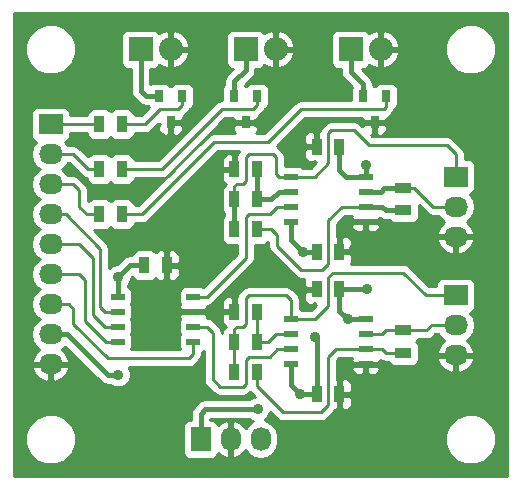
<source format=gbr>
G04 #@! TF.FileFunction,Copper,L1,Top,Signal*
%FSLAX46Y46*%
G04 Gerber Fmt 4.6, Leading zero omitted, Abs format (unit mm)*
G04 Created by KiCad (PCBNEW (2014-11-23 BZR 5300)-product) date Tue 25 Nov 2014 12:27:08 AM EST*
%MOMM*%
G01*
G04 APERTURE LIST*
%ADD10C,0.100000*%
%ADD11R,2.032000X1.727200*%
%ADD12O,2.032000X1.727200*%
%ADD13R,1.727200X2.032000*%
%ADD14O,1.727200X2.032000*%
%ADD15R,2.032000X2.032000*%
%ADD16O,2.032000X2.032000*%
%ADD17R,0.800100X1.000760*%
%ADD18R,1.143000X0.508000*%
%ADD19R,0.889000X1.397000*%
%ADD20R,1.397000X0.889000*%
%ADD21C,0.889000*%
%ADD22C,0.406400*%
%ADD23C,0.254000*%
G04 APERTURE END LIST*
D10*
D11*
X191770000Y-102235000D03*
D12*
X191770000Y-104775000D03*
X191770000Y-107315000D03*
D11*
X191770000Y-112268000D03*
D12*
X191770000Y-114808000D03*
X191770000Y-117348000D03*
D13*
X170180000Y-124460000D03*
D14*
X172720000Y-124460000D03*
X175260000Y-124460000D03*
D11*
X157480000Y-97790000D03*
D12*
X157480000Y-100330000D03*
X157480000Y-102870000D03*
X157480000Y-105410000D03*
X157480000Y-107950000D03*
X157480000Y-110490000D03*
X157480000Y-113030000D03*
X157480000Y-115570000D03*
X157480000Y-118110000D03*
D15*
X165100000Y-91440000D03*
D16*
X167640000Y-91440000D03*
D15*
X173990000Y-91440000D03*
D16*
X176530000Y-91440000D03*
D15*
X182880000Y-91440000D03*
D16*
X185420000Y-91440000D03*
D17*
X167640000Y-97619820D03*
X166687500Y-95420180D03*
X168592500Y-95420180D03*
X173990000Y-97619820D03*
X173037500Y-95420180D03*
X174942500Y-95420180D03*
X184912000Y-97619820D03*
X183959500Y-95420180D03*
X185864500Y-95420180D03*
D18*
X184150000Y-102235000D03*
X184150000Y-103505000D03*
X184150000Y-104775000D03*
X184150000Y-106045000D03*
X177800000Y-106045000D03*
X177800000Y-104775000D03*
X177800000Y-103505000D03*
X177800000Y-102235000D03*
X184150000Y-114300000D03*
X184150000Y-115570000D03*
X184150000Y-116840000D03*
X184150000Y-118110000D03*
X177800000Y-118110000D03*
X177800000Y-116840000D03*
X177800000Y-115570000D03*
X177800000Y-114300000D03*
X169545000Y-112395000D03*
X169545000Y-113665000D03*
X169545000Y-114935000D03*
X169545000Y-116205000D03*
X163195000Y-116205000D03*
X163195000Y-114935000D03*
X163195000Y-113665000D03*
X163195000Y-112395000D03*
D19*
X165417500Y-109728000D03*
X167322500Y-109728000D03*
X181927500Y-111760000D03*
X180022500Y-111760000D03*
X181927500Y-99695000D03*
X180022500Y-99695000D03*
X180022500Y-108585000D03*
X181927500Y-108585000D03*
X180022500Y-120650000D03*
X181927500Y-120650000D03*
X161607500Y-97790000D03*
X163512500Y-97790000D03*
X161607500Y-101600000D03*
X163512500Y-101600000D03*
X161607500Y-105410000D03*
X163512500Y-105410000D03*
X174942500Y-101600000D03*
X173037500Y-101600000D03*
X174942500Y-113665000D03*
X173037500Y-113665000D03*
X174942500Y-104140000D03*
X173037500Y-104140000D03*
X174942500Y-116205000D03*
X173037500Y-116205000D03*
X173037500Y-106680000D03*
X174942500Y-106680000D03*
X173037500Y-118745000D03*
X174942500Y-118745000D03*
D20*
X187325000Y-105092500D03*
X187325000Y-103187500D03*
X187325000Y-117157500D03*
X187325000Y-115252500D03*
D21*
X163195000Y-110744000D03*
X163195000Y-118999000D03*
X168656000Y-109728000D03*
X186436000Y-97663000D03*
X168910000Y-97663000D03*
X175006000Y-97663000D03*
X178435000Y-99695000D03*
X183134000Y-108331000D03*
X184150000Y-119507000D03*
X184150000Y-101219000D03*
X184277000Y-111760000D03*
X182626000Y-114300000D03*
X175006000Y-121920000D03*
X178816000Y-108585000D03*
X179832000Y-115824000D03*
X178562000Y-120650000D03*
D22*
X165417500Y-109728000D02*
X164211000Y-109728000D01*
X164211000Y-109728000D02*
X163195000Y-110744000D01*
X157480000Y-115570000D02*
X158877000Y-115570000D01*
X163195000Y-110744000D02*
X163195000Y-112395000D01*
X162306000Y-118999000D02*
X163195000Y-118999000D01*
X158877000Y-115570000D02*
X162306000Y-118999000D01*
X167322500Y-109728000D02*
X168656000Y-109728000D01*
X169545000Y-113665000D02*
X167894000Y-113665000D01*
X167322500Y-113093500D02*
X167322500Y-109728000D01*
X167894000Y-113665000D02*
X167322500Y-113093500D01*
X184912000Y-97619820D02*
X186392820Y-97619820D01*
X186392820Y-97619820D02*
X186436000Y-97663000D01*
X167640000Y-97619820D02*
X168866820Y-97619820D01*
X168866820Y-97619820D02*
X168910000Y-97663000D01*
X173990000Y-97619820D02*
X174962820Y-97619820D01*
X174962820Y-97619820D02*
X175006000Y-97663000D01*
X180022500Y-99695000D02*
X178435000Y-99695000D01*
X181927500Y-108585000D02*
X182880000Y-108585000D01*
X184150000Y-107315000D02*
X184150000Y-106045000D01*
X182880000Y-108585000D02*
X183134000Y-108331000D01*
X183134000Y-108331000D02*
X184150000Y-107315000D01*
X181927500Y-120650000D02*
X183007000Y-120650000D01*
X184150000Y-119507000D02*
X184150000Y-118110000D01*
X183007000Y-120650000D02*
X184150000Y-119507000D01*
X169545000Y-113665000D02*
X173037500Y-113665000D01*
X181927500Y-111760000D02*
X184277000Y-111760000D01*
X184150000Y-101219000D02*
X184150000Y-102235000D01*
X170180000Y-124460000D02*
X170180000Y-122301000D01*
X170561000Y-121920000D02*
X175006000Y-121920000D01*
X170180000Y-122301000D02*
X170561000Y-121920000D01*
X184150000Y-114300000D02*
X182626000Y-114300000D01*
X181927500Y-113601500D02*
X181927500Y-111760000D01*
X182626000Y-114300000D02*
X181927500Y-113601500D01*
X181927500Y-99695000D02*
X181927500Y-101663500D01*
X181927500Y-101663500D02*
X182499000Y-102235000D01*
X182499000Y-102235000D02*
X184150000Y-102235000D01*
X180022500Y-120650000D02*
X180022500Y-116014500D01*
X180022500Y-116014500D02*
X179832000Y-115824000D01*
X180022500Y-108585000D02*
X178816000Y-108585000D01*
X177800000Y-107569000D02*
X177800000Y-106045000D01*
X178816000Y-108585000D02*
X177800000Y-107569000D01*
X180022500Y-120650000D02*
X178562000Y-120650000D01*
X177800000Y-119888000D02*
X177800000Y-118110000D01*
X178562000Y-120650000D02*
X177800000Y-119888000D01*
D23*
X177800000Y-102235000D02*
X179832000Y-102235000D01*
X191770000Y-100330000D02*
X191770000Y-102235000D01*
X191008000Y-99568000D02*
X191770000Y-100330000D01*
X184404000Y-99568000D02*
X191008000Y-99568000D01*
X183134000Y-98298000D02*
X184404000Y-99568000D01*
X181229000Y-98298000D02*
X183134000Y-98298000D01*
X180975000Y-98552000D02*
X181229000Y-98298000D01*
X180975000Y-101092000D02*
X180975000Y-98552000D01*
X179832000Y-102235000D02*
X180975000Y-101092000D01*
D22*
X173037500Y-106680000D02*
X173037500Y-104140000D01*
D23*
X173037500Y-104140000D02*
X173037500Y-103060500D01*
X176784000Y-102235000D02*
X177800000Y-102235000D01*
X176530000Y-101981000D02*
X176784000Y-102235000D01*
X176530000Y-100584000D02*
X176530000Y-101981000D01*
X176276000Y-100330000D02*
X176530000Y-100584000D01*
X174244000Y-100330000D02*
X176276000Y-100330000D01*
X173990000Y-100584000D02*
X174244000Y-100330000D01*
X173990000Y-102616000D02*
X173990000Y-100584000D01*
X173736000Y-102870000D02*
X173990000Y-102616000D01*
X173228000Y-102870000D02*
X173736000Y-102870000D01*
X173037500Y-103060500D02*
X173228000Y-102870000D01*
X187325000Y-103187500D02*
X188277500Y-103187500D01*
X189865000Y-104775000D02*
X191770000Y-104775000D01*
X188277500Y-103187500D02*
X189865000Y-104775000D01*
D22*
X184150000Y-103505000D02*
X185420000Y-103505000D01*
X185737500Y-103187500D02*
X187325000Y-103187500D01*
X185420000Y-103505000D02*
X185737500Y-103187500D01*
D23*
X177800000Y-114300000D02*
X179832000Y-114300000D01*
X189230000Y-112268000D02*
X191770000Y-112268000D01*
X187325000Y-110363000D02*
X189230000Y-112268000D01*
X181356000Y-110363000D02*
X187325000Y-110363000D01*
X180975000Y-110744000D02*
X181356000Y-110363000D01*
X180975000Y-113157000D02*
X180975000Y-110744000D01*
X179832000Y-114300000D02*
X180975000Y-113157000D01*
X173037500Y-116205000D02*
X173037500Y-118745000D01*
X173037500Y-116205000D02*
X173037500Y-115125500D01*
X177800000Y-112649000D02*
X177800000Y-114300000D01*
X177419000Y-112268000D02*
X177800000Y-112649000D01*
X174244000Y-112268000D02*
X177419000Y-112268000D01*
X173990000Y-112522000D02*
X174244000Y-112268000D01*
X173990000Y-114681000D02*
X173990000Y-112522000D01*
X173736000Y-114935000D02*
X173990000Y-114681000D01*
X173228000Y-114935000D02*
X173736000Y-114935000D01*
X173037500Y-115125500D02*
X173228000Y-114935000D01*
X187325000Y-115252500D02*
X189293500Y-115252500D01*
X189738000Y-114808000D02*
X191770000Y-114808000D01*
X189293500Y-115252500D02*
X189738000Y-114808000D01*
X187325000Y-115252500D02*
X185864500Y-115252500D01*
X185547000Y-115570000D02*
X184150000Y-115570000D01*
X185864500Y-115252500D02*
X185547000Y-115570000D01*
X161607500Y-97790000D02*
X157480000Y-97790000D01*
X161607500Y-101600000D02*
X160655000Y-101600000D01*
X159385000Y-100330000D02*
X157480000Y-100330000D01*
X160655000Y-101600000D02*
X159385000Y-100330000D01*
X161607500Y-105410000D02*
X160528000Y-105410000D01*
X159385000Y-102870000D02*
X157480000Y-102870000D01*
X159893000Y-103378000D02*
X159385000Y-102870000D01*
X159893000Y-104775000D02*
X159893000Y-103378000D01*
X160528000Y-105410000D02*
X159893000Y-104775000D01*
X163195000Y-116205000D02*
X162179000Y-116205000D01*
X159893000Y-110490000D02*
X157480000Y-110490000D01*
X160401000Y-110998000D02*
X159893000Y-110490000D01*
X160401000Y-114427000D02*
X160401000Y-110998000D01*
X162179000Y-116205000D02*
X160401000Y-114427000D01*
X163195000Y-114935000D02*
X162052000Y-114935000D01*
X159893000Y-107950000D02*
X157480000Y-107950000D01*
X161036000Y-109093000D02*
X159893000Y-107950000D01*
X161036000Y-113919000D02*
X161036000Y-109093000D01*
X162052000Y-114935000D02*
X161036000Y-113919000D01*
X163195000Y-113665000D02*
X162052000Y-113665000D01*
X158750000Y-105410000D02*
X157480000Y-105410000D01*
X161671000Y-108331000D02*
X158750000Y-105410000D01*
X161671000Y-113284000D02*
X161671000Y-108331000D01*
X162052000Y-113665000D02*
X161671000Y-113284000D01*
X169545000Y-116205000D02*
X169545000Y-117221000D01*
X159004000Y-113030000D02*
X157480000Y-113030000D01*
X159385000Y-113411000D02*
X159004000Y-113030000D01*
X159385000Y-114681000D02*
X159385000Y-113411000D01*
X162306000Y-117602000D02*
X159385000Y-114681000D01*
X169164000Y-117602000D02*
X162306000Y-117602000D01*
X169545000Y-117221000D02*
X169164000Y-117602000D01*
D22*
X165100000Y-91440000D02*
X165100000Y-94996000D01*
X165100000Y-94996000D02*
X165524180Y-95420180D01*
X165524180Y-95420180D02*
X166687500Y-95420180D01*
X173990000Y-91440000D02*
X173990000Y-93218000D01*
X173037500Y-94170500D02*
X173037500Y-95420180D01*
X173990000Y-93218000D02*
X173037500Y-94170500D01*
X183959500Y-95420180D02*
X183959500Y-94424500D01*
X182880000Y-93345000D02*
X182880000Y-91440000D01*
X183959500Y-94424500D02*
X182880000Y-93345000D01*
D23*
X163512500Y-97790000D02*
X165481000Y-97790000D01*
X165481000Y-97790000D02*
X166751000Y-96520000D01*
X166751000Y-96520000D02*
X168275000Y-96520000D01*
X168275000Y-96520000D02*
X168592500Y-96202500D01*
X168592500Y-96202500D02*
X168592500Y-95420180D01*
X163512500Y-101600000D02*
X166878000Y-101600000D01*
X174942500Y-96202500D02*
X174942500Y-95420180D01*
X174625000Y-96520000D02*
X174942500Y-96202500D01*
X171958000Y-96520000D02*
X174625000Y-96520000D01*
X166878000Y-101600000D02*
X171958000Y-96520000D01*
X185864500Y-95420180D02*
X185864500Y-96329500D01*
X165227000Y-105410000D02*
X163512500Y-105410000D01*
X171323000Y-99314000D02*
X165227000Y-105410000D01*
X175895000Y-99314000D02*
X171323000Y-99314000D01*
X178689000Y-96520000D02*
X175895000Y-99314000D01*
X185674000Y-96520000D02*
X178689000Y-96520000D01*
X185864500Y-96329500D02*
X185674000Y-96520000D01*
D22*
X174942500Y-101600000D02*
X174942500Y-104140000D01*
X177800000Y-103505000D02*
X176784000Y-103505000D01*
X176149000Y-104140000D02*
X174942500Y-104140000D01*
X176784000Y-103505000D02*
X176149000Y-104140000D01*
D23*
X174942500Y-116205000D02*
X175895000Y-116205000D01*
X176530000Y-115570000D02*
X177800000Y-115570000D01*
X175895000Y-116205000D02*
X176530000Y-115570000D01*
X174942500Y-113665000D02*
X174942500Y-116205000D01*
X174942500Y-106680000D02*
X176149000Y-106680000D01*
X182118000Y-104775000D02*
X184150000Y-104775000D01*
X180975000Y-105918000D02*
X182118000Y-104775000D01*
X180975000Y-109601000D02*
X180975000Y-105918000D01*
X180467000Y-110109000D02*
X180975000Y-109601000D01*
X178689000Y-110109000D02*
X180467000Y-110109000D01*
X176657000Y-108077000D02*
X178689000Y-110109000D01*
X176657000Y-107188000D02*
X176657000Y-108077000D01*
X176149000Y-106680000D02*
X176657000Y-107188000D01*
D22*
X184150000Y-104775000D02*
X185547000Y-104775000D01*
X185864500Y-105092500D02*
X187325000Y-105092500D01*
X185547000Y-104775000D02*
X185864500Y-105092500D01*
D23*
X174942500Y-118745000D02*
X174942500Y-119951500D01*
X181610000Y-116840000D02*
X184150000Y-116840000D01*
X180975000Y-117475000D02*
X181610000Y-116840000D01*
X180975000Y-121539000D02*
X180975000Y-117475000D01*
X180340000Y-122174000D02*
X180975000Y-121539000D01*
X177165000Y-122174000D02*
X180340000Y-122174000D01*
X174942500Y-119951500D02*
X177165000Y-122174000D01*
X187325000Y-117157500D02*
X185864500Y-117157500D01*
X185547000Y-116840000D02*
X184150000Y-116840000D01*
X185864500Y-117157500D02*
X185547000Y-116840000D01*
X169545000Y-112395000D02*
X170688000Y-112395000D01*
X176657000Y-104775000D02*
X177800000Y-104775000D01*
X176022000Y-105410000D02*
X176657000Y-104775000D01*
X174244000Y-105410000D02*
X176022000Y-105410000D01*
X173990000Y-105664000D02*
X174244000Y-105410000D01*
X173990000Y-109093000D02*
X173990000Y-105664000D01*
X170688000Y-112395000D02*
X173990000Y-109093000D01*
X177800000Y-116840000D02*
X176657000Y-116840000D01*
X170688000Y-114935000D02*
X169545000Y-114935000D01*
X171196000Y-115443000D02*
X170688000Y-114935000D01*
X171196000Y-119380000D02*
X171196000Y-115443000D01*
X171831000Y-120015000D02*
X171196000Y-119380000D01*
X173736000Y-120015000D02*
X171831000Y-120015000D01*
X173990000Y-119761000D02*
X173736000Y-120015000D01*
X173990000Y-117729000D02*
X173990000Y-119761000D01*
X174244000Y-117475000D02*
X173990000Y-117729000D01*
X176022000Y-117475000D02*
X174244000Y-117475000D01*
X176657000Y-116840000D02*
X176022000Y-117475000D01*
G36*
X180169500Y-111887000D02*
X180149500Y-111887000D01*
X180149500Y-111907000D01*
X179895500Y-111907000D01*
X179895500Y-111887000D01*
X179101750Y-111887000D01*
X178943000Y-112045750D01*
X178943000Y-112332191D01*
X178943000Y-112584810D01*
X179039673Y-112818199D01*
X179218302Y-112996827D01*
X179451691Y-113093500D01*
X179736750Y-113093500D01*
X179895498Y-112934752D01*
X179895498Y-113093500D01*
X179895500Y-113093500D01*
X179960870Y-113093500D01*
X179895500Y-113158870D01*
X179516370Y-113538000D01*
X178761525Y-113538000D01*
X178731199Y-113507673D01*
X178562000Y-113437588D01*
X178562000Y-112649000D01*
X178503996Y-112357395D01*
X178338815Y-112110185D01*
X178338815Y-112110184D01*
X177957815Y-111729185D01*
X177710605Y-111564004D01*
X177419000Y-111506000D01*
X174244000Y-111506000D01*
X173952395Y-111564004D01*
X173705184Y-111729185D01*
X173451185Y-111983185D01*
X173286004Y-112230395D01*
X173251651Y-112403098D01*
X173251650Y-112403099D01*
X173164500Y-112490250D01*
X173164500Y-113538000D01*
X173184500Y-113538000D01*
X173184500Y-113792000D01*
X173164500Y-113792000D01*
X173164500Y-113812000D01*
X172910500Y-113812000D01*
X172910500Y-113792000D01*
X172910500Y-113538000D01*
X172910500Y-112490250D01*
X172751750Y-112331500D01*
X172466691Y-112331500D01*
X172233302Y-112428173D01*
X172054673Y-112606801D01*
X171958000Y-112840190D01*
X171958000Y-113092809D01*
X171958000Y-113379250D01*
X172116750Y-113538000D01*
X172910500Y-113538000D01*
X172910500Y-113792000D01*
X172116750Y-113792000D01*
X171958000Y-113950750D01*
X171958000Y-114237191D01*
X171958000Y-114489810D01*
X172054673Y-114723199D01*
X172233302Y-114901827D01*
X172313388Y-114935000D01*
X172233302Y-114968173D01*
X172054673Y-115146801D01*
X171958000Y-115380190D01*
X171958000Y-115443000D01*
X171899996Y-115151395D01*
X171734815Y-114904185D01*
X171734815Y-114904184D01*
X171226815Y-114396185D01*
X170979605Y-114231004D01*
X170697801Y-114174949D01*
X170751500Y-114045309D01*
X170751500Y-113950750D01*
X170592750Y-113792000D01*
X169672000Y-113792000D01*
X169672000Y-113812000D01*
X169418000Y-113812000D01*
X169418000Y-113792000D01*
X168497250Y-113792000D01*
X168338500Y-113950750D01*
X168338500Y-114045309D01*
X168435173Y-114278698D01*
X168456474Y-114299999D01*
X168435173Y-114321301D01*
X168338500Y-114554690D01*
X168338500Y-114807309D01*
X168338500Y-115315309D01*
X168435173Y-115548698D01*
X168456474Y-115569999D01*
X168435173Y-115591301D01*
X168338500Y-115824690D01*
X168338500Y-116077309D01*
X168338500Y-116585309D01*
X168435173Y-116818698D01*
X168456474Y-116840000D01*
X164283525Y-116840000D01*
X164304827Y-116818699D01*
X164401500Y-116585310D01*
X164401500Y-116332691D01*
X164401500Y-115824691D01*
X164304827Y-115591302D01*
X164283525Y-115570000D01*
X164304827Y-115548699D01*
X164401500Y-115315310D01*
X164401500Y-115062691D01*
X164401500Y-114554691D01*
X164304827Y-114321302D01*
X164283525Y-114300000D01*
X164304827Y-114278699D01*
X164401500Y-114045310D01*
X164401500Y-113792691D01*
X164401500Y-113284691D01*
X164304827Y-113051302D01*
X164283525Y-113030000D01*
X164304827Y-113008699D01*
X164401500Y-112775310D01*
X164401500Y-112522691D01*
X164401500Y-112014691D01*
X164304827Y-111781302D01*
X164126199Y-111602673D01*
X164033200Y-111564151D01*
X164033200Y-111432574D01*
X164109622Y-111356286D01*
X164274313Y-110959668D01*
X164274408Y-110849985D01*
X164406415Y-110717978D01*
X164434673Y-110786198D01*
X164613301Y-110964827D01*
X164846690Y-111061500D01*
X165099309Y-111061500D01*
X165988309Y-111061500D01*
X166221698Y-110964827D01*
X166370000Y-110816525D01*
X166518302Y-110964827D01*
X166751691Y-111061500D01*
X167036750Y-111061500D01*
X167195500Y-110902750D01*
X167195500Y-109855000D01*
X167175500Y-109855000D01*
X167175500Y-109601000D01*
X167195500Y-109601000D01*
X167195500Y-108553250D01*
X167036750Y-108394500D01*
X166751691Y-108394500D01*
X166518302Y-108491173D01*
X166369999Y-108639474D01*
X166221699Y-108491173D01*
X165988310Y-108394500D01*
X165735691Y-108394500D01*
X164846691Y-108394500D01*
X164613302Y-108491173D01*
X164434673Y-108669801D01*
X164343546Y-108889800D01*
X164211000Y-108889800D01*
X163890234Y-108953604D01*
X163618303Y-109135303D01*
X163089198Y-109664407D01*
X162981216Y-109664313D01*
X162584311Y-109828311D01*
X162433000Y-109979358D01*
X162433000Y-108331000D01*
X162374996Y-108039396D01*
X162374996Y-108039395D01*
X162209815Y-107792185D01*
X161161129Y-106743500D01*
X161289309Y-106743500D01*
X162178309Y-106743500D01*
X162411698Y-106646827D01*
X162560000Y-106498525D01*
X162708301Y-106646827D01*
X162941690Y-106743500D01*
X163194309Y-106743500D01*
X164083309Y-106743500D01*
X164316698Y-106646827D01*
X164495327Y-106468199D01*
X164592000Y-106234810D01*
X164592000Y-106172000D01*
X165227000Y-106172000D01*
X165227000Y-106171999D01*
X165518604Y-106113996D01*
X165518605Y-106113996D01*
X165765815Y-105948815D01*
X171638630Y-100076000D01*
X173430595Y-100076000D01*
X173286004Y-100292395D01*
X173283185Y-100306564D01*
X173164500Y-100425250D01*
X173164500Y-101473000D01*
X173184500Y-101473000D01*
X173184500Y-101727000D01*
X173164500Y-101727000D01*
X173164500Y-101747000D01*
X172910500Y-101747000D01*
X172910500Y-101727000D01*
X172910500Y-101473000D01*
X172910500Y-100425250D01*
X172751750Y-100266500D01*
X172466691Y-100266500D01*
X172233302Y-100363173D01*
X172054673Y-100541801D01*
X171958000Y-100775190D01*
X171958000Y-101027809D01*
X171958000Y-101314250D01*
X172116750Y-101473000D01*
X172910500Y-101473000D01*
X172910500Y-101727000D01*
X172116750Y-101727000D01*
X171958000Y-101885750D01*
X171958000Y-102172191D01*
X171958000Y-102424810D01*
X172054673Y-102658199D01*
X172233302Y-102836827D01*
X172313388Y-102870000D01*
X172233302Y-102903173D01*
X172054673Y-103081801D01*
X171958000Y-103315190D01*
X171958000Y-103567809D01*
X171958000Y-104964809D01*
X172054673Y-105198198D01*
X172199300Y-105342825D01*
X172199300Y-105477174D01*
X172054673Y-105621801D01*
X171958000Y-105855190D01*
X171958000Y-106107809D01*
X171958000Y-107504809D01*
X172054673Y-107738198D01*
X172233301Y-107916827D01*
X172466690Y-108013500D01*
X172719309Y-108013500D01*
X173228000Y-108013500D01*
X173228000Y-108777370D01*
X170424225Y-111581144D01*
X170242810Y-111506000D01*
X169990191Y-111506000D01*
X168847191Y-111506000D01*
X168613802Y-111602673D01*
X168435173Y-111781301D01*
X168402000Y-111861387D01*
X168402000Y-110552810D01*
X168402000Y-110300191D01*
X168402000Y-110013750D01*
X168402000Y-109442250D01*
X168402000Y-109155809D01*
X168402000Y-108903190D01*
X168305327Y-108669801D01*
X168126698Y-108491173D01*
X167893309Y-108394500D01*
X167608250Y-108394500D01*
X167449500Y-108553250D01*
X167449500Y-109601000D01*
X168243250Y-109601000D01*
X168402000Y-109442250D01*
X168402000Y-110013750D01*
X168243250Y-109855000D01*
X167449500Y-109855000D01*
X167449500Y-110902750D01*
X167608250Y-111061500D01*
X167893309Y-111061500D01*
X168126698Y-110964827D01*
X168305327Y-110786199D01*
X168402000Y-110552810D01*
X168402000Y-111861387D01*
X168338500Y-112014690D01*
X168338500Y-112267309D01*
X168338500Y-112775309D01*
X168435173Y-113008698D01*
X168456474Y-113030000D01*
X168435173Y-113051302D01*
X168338500Y-113284691D01*
X168338500Y-113379250D01*
X168497250Y-113538000D01*
X169418000Y-113538000D01*
X169418000Y-113518000D01*
X169672000Y-113518000D01*
X169672000Y-113538000D01*
X170592750Y-113538000D01*
X170751500Y-113379250D01*
X170751500Y-113284691D01*
X170697801Y-113155050D01*
X170979604Y-113098996D01*
X170979605Y-113098996D01*
X171226815Y-112933815D01*
X174528815Y-109631815D01*
X174693996Y-109384605D01*
X174751999Y-109093000D01*
X174752000Y-109093000D01*
X174752000Y-108013500D01*
X175513309Y-108013500D01*
X175746698Y-107916827D01*
X175895000Y-107768525D01*
X175895000Y-108077000D01*
X175953004Y-108368605D01*
X176118185Y-108615815D01*
X178150185Y-110647815D01*
X178397395Y-110812996D01*
X178397396Y-110812996D01*
X178689000Y-110871000D01*
X178969588Y-110871000D01*
X178943000Y-110935190D01*
X178943000Y-111187809D01*
X178943000Y-111474250D01*
X179101750Y-111633000D01*
X179895500Y-111633000D01*
X179895500Y-111613000D01*
X180149500Y-111613000D01*
X180149500Y-111633000D01*
X180169500Y-111633000D01*
X180169500Y-111887000D01*
X180169500Y-111887000D01*
G37*
X180169500Y-111887000D02*
X180149500Y-111887000D01*
X180149500Y-111907000D01*
X179895500Y-111907000D01*
X179895500Y-111887000D01*
X179101750Y-111887000D01*
X178943000Y-112045750D01*
X178943000Y-112332191D01*
X178943000Y-112584810D01*
X179039673Y-112818199D01*
X179218302Y-112996827D01*
X179451691Y-113093500D01*
X179736750Y-113093500D01*
X179895498Y-112934752D01*
X179895498Y-113093500D01*
X179895500Y-113093500D01*
X179960870Y-113093500D01*
X179895500Y-113158870D01*
X179516370Y-113538000D01*
X178761525Y-113538000D01*
X178731199Y-113507673D01*
X178562000Y-113437588D01*
X178562000Y-112649000D01*
X178503996Y-112357395D01*
X178338815Y-112110185D01*
X178338815Y-112110184D01*
X177957815Y-111729185D01*
X177710605Y-111564004D01*
X177419000Y-111506000D01*
X174244000Y-111506000D01*
X173952395Y-111564004D01*
X173705184Y-111729185D01*
X173451185Y-111983185D01*
X173286004Y-112230395D01*
X173251651Y-112403098D01*
X173251650Y-112403099D01*
X173164500Y-112490250D01*
X173164500Y-113538000D01*
X173184500Y-113538000D01*
X173184500Y-113792000D01*
X173164500Y-113792000D01*
X173164500Y-113812000D01*
X172910500Y-113812000D01*
X172910500Y-113792000D01*
X172910500Y-113538000D01*
X172910500Y-112490250D01*
X172751750Y-112331500D01*
X172466691Y-112331500D01*
X172233302Y-112428173D01*
X172054673Y-112606801D01*
X171958000Y-112840190D01*
X171958000Y-113092809D01*
X171958000Y-113379250D01*
X172116750Y-113538000D01*
X172910500Y-113538000D01*
X172910500Y-113792000D01*
X172116750Y-113792000D01*
X171958000Y-113950750D01*
X171958000Y-114237191D01*
X171958000Y-114489810D01*
X172054673Y-114723199D01*
X172233302Y-114901827D01*
X172313388Y-114935000D01*
X172233302Y-114968173D01*
X172054673Y-115146801D01*
X171958000Y-115380190D01*
X171958000Y-115443000D01*
X171899996Y-115151395D01*
X171734815Y-114904185D01*
X171734815Y-114904184D01*
X171226815Y-114396185D01*
X170979605Y-114231004D01*
X170697801Y-114174949D01*
X170751500Y-114045309D01*
X170751500Y-113950750D01*
X170592750Y-113792000D01*
X169672000Y-113792000D01*
X169672000Y-113812000D01*
X169418000Y-113812000D01*
X169418000Y-113792000D01*
X168497250Y-113792000D01*
X168338500Y-113950750D01*
X168338500Y-114045309D01*
X168435173Y-114278698D01*
X168456474Y-114299999D01*
X168435173Y-114321301D01*
X168338500Y-114554690D01*
X168338500Y-114807309D01*
X168338500Y-115315309D01*
X168435173Y-115548698D01*
X168456474Y-115569999D01*
X168435173Y-115591301D01*
X168338500Y-115824690D01*
X168338500Y-116077309D01*
X168338500Y-116585309D01*
X168435173Y-116818698D01*
X168456474Y-116840000D01*
X164283525Y-116840000D01*
X164304827Y-116818699D01*
X164401500Y-116585310D01*
X164401500Y-116332691D01*
X164401500Y-115824691D01*
X164304827Y-115591302D01*
X164283525Y-115570000D01*
X164304827Y-115548699D01*
X164401500Y-115315310D01*
X164401500Y-115062691D01*
X164401500Y-114554691D01*
X164304827Y-114321302D01*
X164283525Y-114300000D01*
X164304827Y-114278699D01*
X164401500Y-114045310D01*
X164401500Y-113792691D01*
X164401500Y-113284691D01*
X164304827Y-113051302D01*
X164283525Y-113030000D01*
X164304827Y-113008699D01*
X164401500Y-112775310D01*
X164401500Y-112522691D01*
X164401500Y-112014691D01*
X164304827Y-111781302D01*
X164126199Y-111602673D01*
X164033200Y-111564151D01*
X164033200Y-111432574D01*
X164109622Y-111356286D01*
X164274313Y-110959668D01*
X164274408Y-110849985D01*
X164406415Y-110717978D01*
X164434673Y-110786198D01*
X164613301Y-110964827D01*
X164846690Y-111061500D01*
X165099309Y-111061500D01*
X165988309Y-111061500D01*
X166221698Y-110964827D01*
X166370000Y-110816525D01*
X166518302Y-110964827D01*
X166751691Y-111061500D01*
X167036750Y-111061500D01*
X167195500Y-110902750D01*
X167195500Y-109855000D01*
X167175500Y-109855000D01*
X167175500Y-109601000D01*
X167195500Y-109601000D01*
X167195500Y-108553250D01*
X167036750Y-108394500D01*
X166751691Y-108394500D01*
X166518302Y-108491173D01*
X166369999Y-108639474D01*
X166221699Y-108491173D01*
X165988310Y-108394500D01*
X165735691Y-108394500D01*
X164846691Y-108394500D01*
X164613302Y-108491173D01*
X164434673Y-108669801D01*
X164343546Y-108889800D01*
X164211000Y-108889800D01*
X163890234Y-108953604D01*
X163618303Y-109135303D01*
X163089198Y-109664407D01*
X162981216Y-109664313D01*
X162584311Y-109828311D01*
X162433000Y-109979358D01*
X162433000Y-108331000D01*
X162374996Y-108039396D01*
X162374996Y-108039395D01*
X162209815Y-107792185D01*
X161161129Y-106743500D01*
X161289309Y-106743500D01*
X162178309Y-106743500D01*
X162411698Y-106646827D01*
X162560000Y-106498525D01*
X162708301Y-106646827D01*
X162941690Y-106743500D01*
X163194309Y-106743500D01*
X164083309Y-106743500D01*
X164316698Y-106646827D01*
X164495327Y-106468199D01*
X164592000Y-106234810D01*
X164592000Y-106172000D01*
X165227000Y-106172000D01*
X165227000Y-106171999D01*
X165518604Y-106113996D01*
X165518605Y-106113996D01*
X165765815Y-105948815D01*
X171638630Y-100076000D01*
X173430595Y-100076000D01*
X173286004Y-100292395D01*
X173283185Y-100306564D01*
X173164500Y-100425250D01*
X173164500Y-101473000D01*
X173184500Y-101473000D01*
X173184500Y-101727000D01*
X173164500Y-101727000D01*
X173164500Y-101747000D01*
X172910500Y-101747000D01*
X172910500Y-101727000D01*
X172910500Y-101473000D01*
X172910500Y-100425250D01*
X172751750Y-100266500D01*
X172466691Y-100266500D01*
X172233302Y-100363173D01*
X172054673Y-100541801D01*
X171958000Y-100775190D01*
X171958000Y-101027809D01*
X171958000Y-101314250D01*
X172116750Y-101473000D01*
X172910500Y-101473000D01*
X172910500Y-101727000D01*
X172116750Y-101727000D01*
X171958000Y-101885750D01*
X171958000Y-102172191D01*
X171958000Y-102424810D01*
X172054673Y-102658199D01*
X172233302Y-102836827D01*
X172313388Y-102870000D01*
X172233302Y-102903173D01*
X172054673Y-103081801D01*
X171958000Y-103315190D01*
X171958000Y-103567809D01*
X171958000Y-104964809D01*
X172054673Y-105198198D01*
X172199300Y-105342825D01*
X172199300Y-105477174D01*
X172054673Y-105621801D01*
X171958000Y-105855190D01*
X171958000Y-106107809D01*
X171958000Y-107504809D01*
X172054673Y-107738198D01*
X172233301Y-107916827D01*
X172466690Y-108013500D01*
X172719309Y-108013500D01*
X173228000Y-108013500D01*
X173228000Y-108777370D01*
X170424225Y-111581144D01*
X170242810Y-111506000D01*
X169990191Y-111506000D01*
X168847191Y-111506000D01*
X168613802Y-111602673D01*
X168435173Y-111781301D01*
X168402000Y-111861387D01*
X168402000Y-110552810D01*
X168402000Y-110300191D01*
X168402000Y-110013750D01*
X168402000Y-109442250D01*
X168402000Y-109155809D01*
X168402000Y-108903190D01*
X168305327Y-108669801D01*
X168126698Y-108491173D01*
X167893309Y-108394500D01*
X167608250Y-108394500D01*
X167449500Y-108553250D01*
X167449500Y-109601000D01*
X168243250Y-109601000D01*
X168402000Y-109442250D01*
X168402000Y-110013750D01*
X168243250Y-109855000D01*
X167449500Y-109855000D01*
X167449500Y-110902750D01*
X167608250Y-111061500D01*
X167893309Y-111061500D01*
X168126698Y-110964827D01*
X168305327Y-110786199D01*
X168402000Y-110552810D01*
X168402000Y-111861387D01*
X168338500Y-112014690D01*
X168338500Y-112267309D01*
X168338500Y-112775309D01*
X168435173Y-113008698D01*
X168456474Y-113030000D01*
X168435173Y-113051302D01*
X168338500Y-113284691D01*
X168338500Y-113379250D01*
X168497250Y-113538000D01*
X169418000Y-113538000D01*
X169418000Y-113518000D01*
X169672000Y-113518000D01*
X169672000Y-113538000D01*
X170592750Y-113538000D01*
X170751500Y-113379250D01*
X170751500Y-113284691D01*
X170697801Y-113155050D01*
X170979604Y-113098996D01*
X170979605Y-113098996D01*
X171226815Y-112933815D01*
X174528815Y-109631815D01*
X174693996Y-109384605D01*
X174751999Y-109093000D01*
X174752000Y-109093000D01*
X174752000Y-108013500D01*
X175513309Y-108013500D01*
X175746698Y-107916827D01*
X175895000Y-107768525D01*
X175895000Y-108077000D01*
X175953004Y-108368605D01*
X176118185Y-108615815D01*
X178150185Y-110647815D01*
X178397395Y-110812996D01*
X178397396Y-110812996D01*
X178689000Y-110871000D01*
X178969588Y-110871000D01*
X178943000Y-110935190D01*
X178943000Y-111187809D01*
X178943000Y-111474250D01*
X179101750Y-111633000D01*
X179895500Y-111633000D01*
X179895500Y-111613000D01*
X180149500Y-111613000D01*
X180149500Y-111633000D01*
X180169500Y-111633000D01*
X180169500Y-111887000D01*
G36*
X196140000Y-127560000D02*
X195175240Y-127560000D01*
X195175240Y-124037211D01*
X195175240Y-91017211D01*
X194850910Y-90232273D01*
X194250886Y-89631200D01*
X193466515Y-89305501D01*
X192617211Y-89304760D01*
X191832273Y-89629090D01*
X191231200Y-90229114D01*
X190905501Y-91013485D01*
X190904760Y-91862789D01*
X191229090Y-92647727D01*
X191829114Y-93248800D01*
X192613485Y-93574499D01*
X193462789Y-93575240D01*
X194247727Y-93250910D01*
X194848800Y-92650886D01*
X195174499Y-91866515D01*
X195175240Y-91017211D01*
X195175240Y-124037211D01*
X194850910Y-123252273D01*
X194250886Y-122651200D01*
X193466515Y-122325501D01*
X193453345Y-122325489D01*
X193453345Y-114808000D01*
X193339271Y-114234511D01*
X193014415Y-113748330D01*
X192992219Y-113733499D01*
X193145698Y-113669927D01*
X193324327Y-113491299D01*
X193421000Y-113257910D01*
X193421000Y-113005291D01*
X193421000Y-111278091D01*
X193377358Y-111172730D01*
X193377358Y-107674026D01*
X193256217Y-107442000D01*
X191897000Y-107442000D01*
X191897000Y-108655924D01*
X192131913Y-108800184D01*
X192684320Y-108606954D01*
X193120732Y-108217036D01*
X193374709Y-107689791D01*
X193377358Y-107674026D01*
X193377358Y-111172730D01*
X193324327Y-111044702D01*
X193145699Y-110866073D01*
X192912310Y-110769400D01*
X192659691Y-110769400D01*
X191643000Y-110769400D01*
X191643000Y-108655924D01*
X191643000Y-107442000D01*
X190283783Y-107442000D01*
X190162642Y-107674026D01*
X190165291Y-107689791D01*
X190419268Y-108217036D01*
X190855680Y-108606954D01*
X191408087Y-108800184D01*
X191643000Y-108655924D01*
X191643000Y-110769400D01*
X190627691Y-110769400D01*
X190394302Y-110866073D01*
X190215673Y-111044701D01*
X190119000Y-111278090D01*
X190119000Y-111506000D01*
X189545630Y-111506000D01*
X187863815Y-109824185D01*
X187616605Y-109659004D01*
X187325000Y-109601000D01*
X185356500Y-109601000D01*
X185356500Y-106425309D01*
X185356500Y-106330750D01*
X185197750Y-106172000D01*
X184277000Y-106172000D01*
X184277000Y-106775250D01*
X184435750Y-106934000D01*
X184595191Y-106934000D01*
X184847810Y-106934000D01*
X185081199Y-106837327D01*
X185259827Y-106658698D01*
X185356500Y-106425309D01*
X185356500Y-109601000D01*
X184023000Y-109601000D01*
X184023000Y-106775250D01*
X184023000Y-106172000D01*
X183102250Y-106172000D01*
X182943500Y-106330750D01*
X182943500Y-106425309D01*
X183040173Y-106658698D01*
X183218801Y-106837327D01*
X183452190Y-106934000D01*
X183704809Y-106934000D01*
X183864250Y-106934000D01*
X184023000Y-106775250D01*
X184023000Y-109601000D01*
X182927806Y-109601000D01*
X183007000Y-109409810D01*
X183007000Y-109157191D01*
X183007000Y-108870750D01*
X183007000Y-108299250D01*
X183007000Y-108012809D01*
X183007000Y-107760190D01*
X182910327Y-107526801D01*
X182731698Y-107348173D01*
X182498309Y-107251500D01*
X182213250Y-107251500D01*
X182054500Y-107410250D01*
X182054500Y-108458000D01*
X182848250Y-108458000D01*
X183007000Y-108299250D01*
X183007000Y-108870750D01*
X182848250Y-108712000D01*
X182054500Y-108712000D01*
X182054500Y-108732000D01*
X181800500Y-108732000D01*
X181800500Y-108712000D01*
X181780500Y-108712000D01*
X181780500Y-108458000D01*
X181800500Y-108458000D01*
X181800500Y-107410250D01*
X181737000Y-107346750D01*
X181737000Y-106233630D01*
X182433630Y-105537000D01*
X182996391Y-105537000D01*
X182943500Y-105664691D01*
X182943500Y-105759250D01*
X183102250Y-105918000D01*
X184023000Y-105918000D01*
X184023000Y-105898000D01*
X184277000Y-105898000D01*
X184277000Y-105918000D01*
X185197750Y-105918000D01*
X185356500Y-105759250D01*
X185356500Y-105741789D01*
X185543735Y-105866896D01*
X185864500Y-105930700D01*
X186122174Y-105930700D01*
X186266801Y-106075327D01*
X186500190Y-106172000D01*
X186752809Y-106172000D01*
X188149809Y-106172000D01*
X188383198Y-106075327D01*
X188561827Y-105896699D01*
X188658500Y-105663310D01*
X188658500Y-105410691D01*
X188658500Y-104646130D01*
X189326185Y-105313815D01*
X189573395Y-105478996D01*
X189573396Y-105478996D01*
X189865000Y-105537000D01*
X190326688Y-105537000D01*
X190525585Y-105834670D01*
X190835069Y-106041460D01*
X190419268Y-106412964D01*
X190165291Y-106940209D01*
X190162642Y-106955974D01*
X190283783Y-107188000D01*
X191643000Y-107188000D01*
X191643000Y-107168000D01*
X191897000Y-107168000D01*
X191897000Y-107188000D01*
X193256217Y-107188000D01*
X193377358Y-106955974D01*
X193374709Y-106940209D01*
X193120732Y-106412964D01*
X192704930Y-106041460D01*
X193014415Y-105834670D01*
X193339271Y-105348489D01*
X193453345Y-104775000D01*
X193339271Y-104201511D01*
X193014415Y-103715330D01*
X192992219Y-103700499D01*
X193145698Y-103636927D01*
X193324327Y-103458299D01*
X193421000Y-103224910D01*
X193421000Y-102972291D01*
X193421000Y-101245091D01*
X193324327Y-101011702D01*
X193145699Y-100833073D01*
X192912310Y-100736400D01*
X192659691Y-100736400D01*
X192532000Y-100736400D01*
X192532000Y-100330000D01*
X192473996Y-100038396D01*
X192473996Y-100038395D01*
X192407834Y-99939376D01*
X192308816Y-99791185D01*
X191546815Y-99029185D01*
X191299605Y-98864004D01*
X191008000Y-98806000D01*
X187025975Y-98806000D01*
X187025975Y-91822944D01*
X187025975Y-91057056D01*
X186826385Y-90575182D01*
X186388379Y-90102812D01*
X185802946Y-89834017D01*
X185547000Y-89952633D01*
X185547000Y-91313000D01*
X186906836Y-91313000D01*
X187025975Y-91057056D01*
X187025975Y-91822944D01*
X186906836Y-91567000D01*
X185547000Y-91567000D01*
X185547000Y-92927367D01*
X185802946Y-93045983D01*
X186388379Y-92777188D01*
X186826385Y-92304818D01*
X187025975Y-91822944D01*
X187025975Y-98806000D01*
X185947050Y-98806000D01*
X185947050Y-98246510D01*
X185947050Y-97993891D01*
X185947050Y-97905570D01*
X185788300Y-97746820D01*
X185039000Y-97746820D01*
X185039000Y-98596450D01*
X185197750Y-98755200D01*
X185438359Y-98755200D01*
X185671748Y-98658527D01*
X185850377Y-98479899D01*
X185947050Y-98246510D01*
X185947050Y-98806000D01*
X184719630Y-98806000D01*
X184647540Y-98733909D01*
X184785000Y-98596450D01*
X184785000Y-97746820D01*
X184035700Y-97746820D01*
X183876950Y-97905570D01*
X183876950Y-97963319D01*
X183672815Y-97759185D01*
X183425605Y-97594004D01*
X183134000Y-97536000D01*
X181229000Y-97536000D01*
X180937395Y-97594004D01*
X180690184Y-97759185D01*
X180436185Y-98013185D01*
X180271004Y-98260395D01*
X180236651Y-98433098D01*
X180236650Y-98433099D01*
X180149500Y-98520250D01*
X180149500Y-99568000D01*
X180169500Y-99568000D01*
X180169500Y-99822000D01*
X180149500Y-99822000D01*
X180149500Y-99842000D01*
X179895500Y-99842000D01*
X179895500Y-99822000D01*
X179895500Y-99568000D01*
X179895500Y-98520250D01*
X179736750Y-98361500D01*
X179451691Y-98361500D01*
X179218302Y-98458173D01*
X179039673Y-98636801D01*
X178943000Y-98870190D01*
X178943000Y-99122809D01*
X178943000Y-99409250D01*
X179101750Y-99568000D01*
X179895500Y-99568000D01*
X179895500Y-99822000D01*
X179101750Y-99822000D01*
X178943000Y-99980750D01*
X178943000Y-100267191D01*
X178943000Y-100519810D01*
X179039673Y-100753199D01*
X179218302Y-100931827D01*
X179451691Y-101028500D01*
X179736750Y-101028500D01*
X179895498Y-100869752D01*
X179895498Y-101028500D01*
X179895500Y-101028500D01*
X179960870Y-101028500D01*
X179895500Y-101093870D01*
X179516370Y-101473000D01*
X178761525Y-101473000D01*
X178731199Y-101442673D01*
X178497810Y-101346000D01*
X178245191Y-101346000D01*
X177292000Y-101346000D01*
X177292000Y-100584000D01*
X177233996Y-100292395D01*
X177068815Y-100045185D01*
X177068815Y-100045184D01*
X176814815Y-99791185D01*
X176623366Y-99663263D01*
X179004630Y-97282000D01*
X183876950Y-97282000D01*
X183876950Y-97334070D01*
X184035700Y-97492820D01*
X184785000Y-97492820D01*
X184785000Y-97472820D01*
X185039000Y-97472820D01*
X185039000Y-97492820D01*
X185788300Y-97492820D01*
X185947050Y-97334070D01*
X185947050Y-97245749D01*
X185947050Y-97227686D01*
X185965604Y-97223996D01*
X185965605Y-97223996D01*
X186212815Y-97058815D01*
X186403315Y-96868315D01*
X186403316Y-96868315D01*
X186502334Y-96720123D01*
X186568496Y-96621105D01*
X186568496Y-96621104D01*
X186598654Y-96469488D01*
X186624248Y-96458887D01*
X186802877Y-96280259D01*
X186899550Y-96046870D01*
X186899550Y-95794251D01*
X186899550Y-94793491D01*
X186802877Y-94560102D01*
X186624249Y-94381473D01*
X186390860Y-94284800D01*
X186138241Y-94284800D01*
X185338141Y-94284800D01*
X185104752Y-94381473D01*
X184926123Y-94560101D01*
X184911999Y-94594197D01*
X184897877Y-94560102D01*
X184797700Y-94459924D01*
X184797700Y-94424500D01*
X184733896Y-94103735D01*
X184552197Y-93831803D01*
X183811394Y-93091000D01*
X184022309Y-93091000D01*
X184255698Y-92994327D01*
X184434327Y-92815699D01*
X184450693Y-92776187D01*
X184451621Y-92777188D01*
X185037054Y-93045983D01*
X185293000Y-92927367D01*
X185293000Y-91567000D01*
X185273000Y-91567000D01*
X185273000Y-91313000D01*
X185293000Y-91313000D01*
X185293000Y-89952633D01*
X185037054Y-89834017D01*
X184451621Y-90102812D01*
X184450692Y-90103812D01*
X184434327Y-90064302D01*
X184255699Y-89885673D01*
X184022310Y-89789000D01*
X183769691Y-89789000D01*
X181737691Y-89789000D01*
X181504302Y-89885673D01*
X181325673Y-90064301D01*
X181229000Y-90297690D01*
X181229000Y-90550309D01*
X181229000Y-92582309D01*
X181325673Y-92815698D01*
X181504301Y-92994327D01*
X181737690Y-93091000D01*
X181990309Y-93091000D01*
X182041800Y-93091000D01*
X182041800Y-93345000D01*
X182105604Y-93665766D01*
X182287303Y-93937697D01*
X182988489Y-94638883D01*
X182924450Y-94793490D01*
X182924450Y-95046109D01*
X182924450Y-95758000D01*
X178689000Y-95758000D01*
X178397395Y-95816004D01*
X178298376Y-95882165D01*
X178150185Y-95981184D01*
X178135975Y-95995394D01*
X178135975Y-91822944D01*
X178135975Y-91057056D01*
X177936385Y-90575182D01*
X177498379Y-90102812D01*
X176912946Y-89834017D01*
X176657000Y-89952633D01*
X176657000Y-91313000D01*
X178016836Y-91313000D01*
X178135975Y-91057056D01*
X178135975Y-91822944D01*
X178016836Y-91567000D01*
X176657000Y-91567000D01*
X176657000Y-92927367D01*
X176912946Y-93045983D01*
X177498379Y-92777188D01*
X177936385Y-92304818D01*
X178135975Y-91822944D01*
X178135975Y-95995394D01*
X175579369Y-98552000D01*
X174856275Y-98552000D01*
X174928377Y-98479899D01*
X175025050Y-98246510D01*
X175025050Y-97993891D01*
X175025050Y-97905570D01*
X174866300Y-97746820D01*
X174117000Y-97746820D01*
X174117000Y-97766820D01*
X173863000Y-97766820D01*
X173863000Y-97746820D01*
X173113700Y-97746820D01*
X172954950Y-97905570D01*
X172954950Y-97993891D01*
X172954950Y-98246510D01*
X173051623Y-98479899D01*
X173123724Y-98552000D01*
X171323000Y-98552000D01*
X171031395Y-98610004D01*
X170784185Y-98775185D01*
X164911370Y-104648000D01*
X164592000Y-104648000D01*
X164592000Y-104585191D01*
X164495327Y-104351802D01*
X164316699Y-104173173D01*
X164083310Y-104076500D01*
X163830691Y-104076500D01*
X162941691Y-104076500D01*
X162708302Y-104173173D01*
X162559999Y-104321474D01*
X162411699Y-104173173D01*
X162178310Y-104076500D01*
X161925691Y-104076500D01*
X161036691Y-104076500D01*
X160803302Y-104173173D01*
X160655000Y-104321474D01*
X160655000Y-103378000D01*
X160596996Y-103086395D01*
X160431815Y-102839185D01*
X160431815Y-102839184D01*
X159923815Y-102331185D01*
X159676605Y-102166004D01*
X159385000Y-102108000D01*
X158923311Y-102108000D01*
X158724415Y-101810330D01*
X158409634Y-101600000D01*
X158724415Y-101389670D01*
X158923311Y-101092000D01*
X159069369Y-101092000D01*
X160116184Y-102138815D01*
X160116185Y-102138815D01*
X160363395Y-102303996D01*
X160528000Y-102336738D01*
X160528000Y-102424809D01*
X160624673Y-102658198D01*
X160803301Y-102836827D01*
X161036690Y-102933500D01*
X161289309Y-102933500D01*
X162178309Y-102933500D01*
X162411698Y-102836827D01*
X162560000Y-102688525D01*
X162708301Y-102836827D01*
X162941690Y-102933500D01*
X163194309Y-102933500D01*
X164083309Y-102933500D01*
X164316698Y-102836827D01*
X164495327Y-102658199D01*
X164592000Y-102424810D01*
X164592000Y-102362000D01*
X166878000Y-102362000D01*
X166878000Y-102361999D01*
X167169604Y-102303996D01*
X167169605Y-102303996D01*
X167416815Y-102138815D01*
X172273630Y-97282000D01*
X172954950Y-97282000D01*
X172954950Y-97334070D01*
X173113700Y-97492820D01*
X173863000Y-97492820D01*
X173863000Y-97472820D01*
X174117000Y-97472820D01*
X174117000Y-97492820D01*
X174866300Y-97492820D01*
X175025050Y-97334070D01*
X175025050Y-97245749D01*
X175025050Y-97151535D01*
X175025050Y-97151534D01*
X175163815Y-97058815D01*
X175481315Y-96741315D01*
X175481316Y-96741315D01*
X175580334Y-96593123D01*
X175646496Y-96494105D01*
X175646496Y-96494104D01*
X175649124Y-96480891D01*
X175702248Y-96458887D01*
X175880877Y-96280259D01*
X175977550Y-96046870D01*
X175977550Y-95794251D01*
X175977550Y-94793491D01*
X175880877Y-94560102D01*
X175702249Y-94381473D01*
X175468860Y-94284800D01*
X175216241Y-94284800D01*
X174416141Y-94284800D01*
X174182752Y-94381473D01*
X174004123Y-94560101D01*
X173989999Y-94594197D01*
X173975877Y-94560102D01*
X173904584Y-94488809D01*
X174582697Y-93810697D01*
X174764395Y-93538766D01*
X174764396Y-93538765D01*
X174828200Y-93218000D01*
X174828200Y-93091000D01*
X175132309Y-93091000D01*
X175365698Y-92994327D01*
X175544327Y-92815699D01*
X175560693Y-92776187D01*
X175561621Y-92777188D01*
X176147054Y-93045983D01*
X176403000Y-92927367D01*
X176403000Y-91567000D01*
X176383000Y-91567000D01*
X176383000Y-91313000D01*
X176403000Y-91313000D01*
X176403000Y-89952633D01*
X176147054Y-89834017D01*
X175561621Y-90102812D01*
X175560692Y-90103812D01*
X175544327Y-90064302D01*
X175365699Y-89885673D01*
X175132310Y-89789000D01*
X174879691Y-89789000D01*
X172847691Y-89789000D01*
X172614302Y-89885673D01*
X172435673Y-90064301D01*
X172339000Y-90297690D01*
X172339000Y-90550309D01*
X172339000Y-92582309D01*
X172435673Y-92815698D01*
X172614301Y-92994327D01*
X172847690Y-93091000D01*
X172931606Y-93091000D01*
X172444803Y-93577803D01*
X172263104Y-93849734D01*
X172199300Y-94170500D01*
X172199300Y-94459924D01*
X172099123Y-94560101D01*
X172002450Y-94793490D01*
X172002450Y-95046109D01*
X172002450Y-95758000D01*
X171958000Y-95758000D01*
X171666395Y-95816004D01*
X171419185Y-95981185D01*
X168675050Y-98725320D01*
X168675050Y-98246510D01*
X168675050Y-97993891D01*
X168675050Y-97905570D01*
X168516300Y-97746820D01*
X167767000Y-97746820D01*
X167767000Y-98596450D01*
X167925750Y-98755200D01*
X168166359Y-98755200D01*
X168399748Y-98658527D01*
X168578377Y-98479899D01*
X168675050Y-98246510D01*
X168675050Y-98725320D01*
X167513000Y-99887370D01*
X166562370Y-100838000D01*
X164592000Y-100838000D01*
X164592000Y-100775191D01*
X164495327Y-100541802D01*
X164316699Y-100363173D01*
X164083310Y-100266500D01*
X163830691Y-100266500D01*
X162941691Y-100266500D01*
X162708302Y-100363173D01*
X162559999Y-100511474D01*
X162411699Y-100363173D01*
X162178310Y-100266500D01*
X161925691Y-100266500D01*
X161036691Y-100266500D01*
X160803302Y-100363173D01*
X160649552Y-100516921D01*
X159923815Y-99791185D01*
X159676605Y-99626004D01*
X159385000Y-99568000D01*
X158923311Y-99568000D01*
X158724415Y-99270330D01*
X158702219Y-99255499D01*
X158855698Y-99191927D01*
X159034327Y-99013299D01*
X159131000Y-98779910D01*
X159131000Y-98552000D01*
X160528000Y-98552000D01*
X160528000Y-98614809D01*
X160624673Y-98848198D01*
X160803301Y-99026827D01*
X161036690Y-99123500D01*
X161289309Y-99123500D01*
X162178309Y-99123500D01*
X162411698Y-99026827D01*
X162560000Y-98878525D01*
X162708301Y-99026827D01*
X162941690Y-99123500D01*
X163194309Y-99123500D01*
X164083309Y-99123500D01*
X164316698Y-99026827D01*
X164495327Y-98848199D01*
X164592000Y-98614810D01*
X164592000Y-98552000D01*
X165481000Y-98552000D01*
X165481000Y-98551999D01*
X165772604Y-98493996D01*
X165772605Y-98493996D01*
X166019815Y-98328815D01*
X166604950Y-97743680D01*
X166604950Y-97746822D01*
X166763698Y-97746822D01*
X166604950Y-97905570D01*
X166604950Y-97993891D01*
X166604950Y-98246510D01*
X166701623Y-98479899D01*
X166880252Y-98658527D01*
X167113641Y-98755200D01*
X167354250Y-98755200D01*
X167513000Y-98596450D01*
X167513000Y-97746820D01*
X167493000Y-97746820D01*
X167493000Y-97492820D01*
X167513000Y-97492820D01*
X167513000Y-97472820D01*
X167767000Y-97472820D01*
X167767000Y-97492820D01*
X168516300Y-97492820D01*
X168675050Y-97334070D01*
X168675050Y-97245749D01*
X168675050Y-97151535D01*
X168675050Y-97151534D01*
X168813815Y-97058815D01*
X169131315Y-96741315D01*
X169131316Y-96741315D01*
X169230334Y-96593123D01*
X169296496Y-96494105D01*
X169296496Y-96494104D01*
X169299124Y-96480891D01*
X169352248Y-96458887D01*
X169530877Y-96280259D01*
X169627550Y-96046870D01*
X169627550Y-95794251D01*
X169627550Y-94793491D01*
X169530877Y-94560102D01*
X169352249Y-94381473D01*
X169245975Y-94337452D01*
X169245975Y-91822944D01*
X169245975Y-91057056D01*
X169046385Y-90575182D01*
X168608379Y-90102812D01*
X168022946Y-89834017D01*
X167767000Y-89952633D01*
X167767000Y-91313000D01*
X169126836Y-91313000D01*
X169245975Y-91057056D01*
X169245975Y-91822944D01*
X169126836Y-91567000D01*
X167767000Y-91567000D01*
X167767000Y-92927367D01*
X168022946Y-93045983D01*
X168608379Y-92777188D01*
X169046385Y-92304818D01*
X169245975Y-91822944D01*
X169245975Y-94337452D01*
X169118860Y-94284800D01*
X168866241Y-94284800D01*
X168066141Y-94284800D01*
X167832752Y-94381473D01*
X167654123Y-94560101D01*
X167639999Y-94594197D01*
X167625877Y-94560102D01*
X167447249Y-94381473D01*
X167213860Y-94284800D01*
X166961241Y-94284800D01*
X166161141Y-94284800D01*
X165938200Y-94377145D01*
X165938200Y-93091000D01*
X166242309Y-93091000D01*
X166475698Y-92994327D01*
X166654327Y-92815699D01*
X166670693Y-92776187D01*
X166671621Y-92777188D01*
X167257054Y-93045983D01*
X167513000Y-92927367D01*
X167513000Y-91567000D01*
X167493000Y-91567000D01*
X167493000Y-91313000D01*
X167513000Y-91313000D01*
X167513000Y-89952633D01*
X167257054Y-89834017D01*
X166671621Y-90102812D01*
X166670692Y-90103812D01*
X166654327Y-90064302D01*
X166475699Y-89885673D01*
X166242310Y-89789000D01*
X165989691Y-89789000D01*
X163957691Y-89789000D01*
X163724302Y-89885673D01*
X163545673Y-90064301D01*
X163449000Y-90297690D01*
X163449000Y-90550309D01*
X163449000Y-92582309D01*
X163545673Y-92815698D01*
X163724301Y-92994327D01*
X163957690Y-93091000D01*
X164210309Y-93091000D01*
X164261800Y-93091000D01*
X164261800Y-94996000D01*
X164325604Y-95316766D01*
X164507303Y-95588697D01*
X164931483Y-96012877D01*
X165203414Y-96194576D01*
X165203415Y-96194576D01*
X165524180Y-96258380D01*
X165740060Y-96258380D01*
X165749123Y-96280258D01*
X165831116Y-96362252D01*
X165165369Y-97028000D01*
X164592000Y-97028000D01*
X164592000Y-96965191D01*
X164495327Y-96731802D01*
X164316699Y-96553173D01*
X164083310Y-96456500D01*
X163830691Y-96456500D01*
X162941691Y-96456500D01*
X162708302Y-96553173D01*
X162559999Y-96701474D01*
X162411699Y-96553173D01*
X162178310Y-96456500D01*
X161925691Y-96456500D01*
X161036691Y-96456500D01*
X160803302Y-96553173D01*
X160624673Y-96731801D01*
X160528000Y-96965190D01*
X160528000Y-97028000D01*
X159615240Y-97028000D01*
X159615240Y-91017211D01*
X159290910Y-90232273D01*
X158690886Y-89631200D01*
X157906515Y-89305501D01*
X157057211Y-89304760D01*
X156272273Y-89629090D01*
X155671200Y-90229114D01*
X155345501Y-91013485D01*
X155344760Y-91862789D01*
X155669090Y-92647727D01*
X156269114Y-93248800D01*
X157053485Y-93574499D01*
X157902789Y-93575240D01*
X158687727Y-93250910D01*
X159288800Y-92650886D01*
X159614499Y-91866515D01*
X159615240Y-91017211D01*
X159615240Y-97028000D01*
X159131000Y-97028000D01*
X159131000Y-96800091D01*
X159034327Y-96566702D01*
X158855699Y-96388073D01*
X158622310Y-96291400D01*
X158369691Y-96291400D01*
X156337691Y-96291400D01*
X156104302Y-96388073D01*
X155925673Y-96566701D01*
X155829000Y-96800090D01*
X155829000Y-97052709D01*
X155829000Y-98779909D01*
X155925673Y-99013298D01*
X156104301Y-99191927D01*
X156257779Y-99255500D01*
X156235585Y-99270330D01*
X155910729Y-99756511D01*
X155796655Y-100330000D01*
X155910729Y-100903489D01*
X156235585Y-101389670D01*
X156550365Y-101600000D01*
X156235585Y-101810330D01*
X155910729Y-102296511D01*
X155796655Y-102870000D01*
X155910729Y-103443489D01*
X156235585Y-103929670D01*
X156550365Y-104140000D01*
X156235585Y-104350330D01*
X155910729Y-104836511D01*
X155796655Y-105410000D01*
X155910729Y-105983489D01*
X156235585Y-106469670D01*
X156550365Y-106680000D01*
X156235585Y-106890330D01*
X155910729Y-107376511D01*
X155796655Y-107950000D01*
X155910729Y-108523489D01*
X156235585Y-109009670D01*
X156550365Y-109220000D01*
X156235585Y-109430330D01*
X155910729Y-109916511D01*
X155796655Y-110490000D01*
X155910729Y-111063489D01*
X156235585Y-111549670D01*
X156550365Y-111760000D01*
X156235585Y-111970330D01*
X155910729Y-112456511D01*
X155796655Y-113030000D01*
X155910729Y-113603489D01*
X156235585Y-114089670D01*
X156550365Y-114300000D01*
X156235585Y-114510330D01*
X155910729Y-114996511D01*
X155796655Y-115570000D01*
X155910729Y-116143489D01*
X156235585Y-116629670D01*
X156545069Y-116836460D01*
X156129268Y-117207964D01*
X155875291Y-117735209D01*
X155872642Y-117750974D01*
X155993783Y-117983000D01*
X157353000Y-117983000D01*
X157353000Y-117963000D01*
X157607000Y-117963000D01*
X157607000Y-117983000D01*
X158966217Y-117983000D01*
X159087358Y-117750974D01*
X159084709Y-117735209D01*
X158830732Y-117207964D01*
X158414930Y-116836460D01*
X158724415Y-116629670D01*
X158735174Y-116613568D01*
X161713303Y-119591697D01*
X161985234Y-119773396D01*
X161985235Y-119773396D01*
X162306000Y-119837200D01*
X162506425Y-119837200D01*
X162582714Y-119913622D01*
X162979332Y-120078313D01*
X163408784Y-120078687D01*
X163805689Y-119914689D01*
X164109622Y-119611286D01*
X164274313Y-119214668D01*
X164274687Y-118785216D01*
X164110689Y-118388311D01*
X164086420Y-118364000D01*
X169164000Y-118364000D01*
X169164000Y-118363999D01*
X169455604Y-118305996D01*
X169455605Y-118305996D01*
X169702815Y-118140815D01*
X170083815Y-117759816D01*
X170083815Y-117759815D01*
X170248996Y-117512605D01*
X170306999Y-117221000D01*
X170307000Y-117221000D01*
X170307000Y-117067411D01*
X170434000Y-117014806D01*
X170434000Y-119380000D01*
X170492004Y-119671605D01*
X170657185Y-119918815D01*
X171292185Y-120553816D01*
X171440376Y-120652834D01*
X171539395Y-120718996D01*
X171539396Y-120718996D01*
X171831000Y-120777000D01*
X173736000Y-120777000D01*
X173736000Y-120776999D01*
X174027604Y-120718996D01*
X174027605Y-120718996D01*
X174274815Y-120553815D01*
X174377501Y-120451128D01*
X174403685Y-120490315D01*
X174764949Y-120851579D01*
X174395311Y-121004311D01*
X174317686Y-121081800D01*
X170561000Y-121081800D01*
X170240234Y-121145604D01*
X169968303Y-121327303D01*
X169587303Y-121708303D01*
X169405604Y-121980234D01*
X169341800Y-122301000D01*
X169341800Y-122809000D01*
X169190091Y-122809000D01*
X168956702Y-122905673D01*
X168778073Y-123084301D01*
X168681400Y-123317690D01*
X168681400Y-123570309D01*
X168681400Y-125602309D01*
X168778073Y-125835698D01*
X168956701Y-126014327D01*
X169190090Y-126111000D01*
X169442709Y-126111000D01*
X171169909Y-126111000D01*
X171403298Y-126014327D01*
X171581927Y-125835699D01*
X171663758Y-125638139D01*
X171817964Y-125810732D01*
X172345209Y-126064709D01*
X172360974Y-126067358D01*
X172593000Y-125946217D01*
X172593000Y-124587000D01*
X172573000Y-124587000D01*
X172573000Y-124333000D01*
X172593000Y-124333000D01*
X172593000Y-122973783D01*
X172360974Y-122852642D01*
X172345209Y-122855291D01*
X171817964Y-123109268D01*
X171663758Y-123281860D01*
X171581927Y-123084302D01*
X171403299Y-122905673D01*
X171169910Y-122809000D01*
X171018200Y-122809000D01*
X171018200Y-122758200D01*
X174317425Y-122758200D01*
X174393714Y-122834622D01*
X174626078Y-122931108D01*
X174200330Y-123215585D01*
X173993539Y-123525069D01*
X173622036Y-123109268D01*
X173094791Y-122855291D01*
X173079026Y-122852642D01*
X172847000Y-122973783D01*
X172847000Y-124333000D01*
X172867000Y-124333000D01*
X172867000Y-124587000D01*
X172847000Y-124587000D01*
X172847000Y-125946217D01*
X173079026Y-126067358D01*
X173094791Y-126064709D01*
X173622036Y-125810732D01*
X173993539Y-125394930D01*
X174200330Y-125704415D01*
X174686511Y-126029271D01*
X175260000Y-126143345D01*
X175833489Y-126029271D01*
X176319670Y-125704415D01*
X176644526Y-125218234D01*
X176758600Y-124644745D01*
X176758600Y-124275255D01*
X176644526Y-123701766D01*
X176319670Y-123215585D01*
X175833489Y-122890729D01*
X175597222Y-122843732D01*
X175616689Y-122835689D01*
X175920622Y-122532286D01*
X176074669Y-122161300D01*
X176626185Y-122712816D01*
X176774376Y-122811834D01*
X176873395Y-122877996D01*
X176873396Y-122877996D01*
X177165000Y-122936000D01*
X180340000Y-122936000D01*
X180340000Y-122935999D01*
X180631604Y-122877996D01*
X180631605Y-122877996D01*
X180878815Y-122712815D01*
X181513815Y-122077815D01*
X181513816Y-122077815D01*
X181576834Y-121983500D01*
X181641750Y-121983500D01*
X181800500Y-121824750D01*
X181800500Y-120777000D01*
X181780500Y-120777000D01*
X181780500Y-120523000D01*
X181800500Y-120523000D01*
X181800500Y-119475250D01*
X181737000Y-119411750D01*
X181737000Y-117790630D01*
X181925630Y-117602000D01*
X182996391Y-117602000D01*
X182943500Y-117729691D01*
X182943500Y-117824250D01*
X183102250Y-117983000D01*
X184023000Y-117983000D01*
X184023000Y-117963000D01*
X184277000Y-117963000D01*
X184277000Y-117983000D01*
X185197750Y-117983000D01*
X185356500Y-117824250D01*
X185356500Y-117729691D01*
X185349177Y-117712013D01*
X185473876Y-117795334D01*
X185572895Y-117861496D01*
X185572896Y-117861496D01*
X185864500Y-117919500D01*
X186070693Y-117919500D01*
X186088173Y-117961698D01*
X186266801Y-118140327D01*
X186500190Y-118237000D01*
X186752809Y-118237000D01*
X188149809Y-118237000D01*
X188383198Y-118140327D01*
X188561827Y-117961699D01*
X188658500Y-117728310D01*
X188658500Y-117475691D01*
X188658500Y-116586691D01*
X188561827Y-116353302D01*
X188413525Y-116204999D01*
X188561827Y-116056699D01*
X188579306Y-116014500D01*
X189293500Y-116014500D01*
X189293500Y-116014499D01*
X189585104Y-115956496D01*
X189585105Y-115956496D01*
X189832315Y-115791315D01*
X190053630Y-115570000D01*
X190326688Y-115570000D01*
X190525585Y-115867670D01*
X190835069Y-116074460D01*
X190419268Y-116445964D01*
X190165291Y-116973209D01*
X190162642Y-116988974D01*
X190283783Y-117221000D01*
X191643000Y-117221000D01*
X191643000Y-117201000D01*
X191897000Y-117201000D01*
X191897000Y-117221000D01*
X193256217Y-117221000D01*
X193377358Y-116988974D01*
X193374709Y-116973209D01*
X193120732Y-116445964D01*
X192704930Y-116074460D01*
X193014415Y-115867670D01*
X193339271Y-115381489D01*
X193453345Y-114808000D01*
X193453345Y-122325489D01*
X193377358Y-122325423D01*
X193377358Y-117707026D01*
X193256217Y-117475000D01*
X191897000Y-117475000D01*
X191897000Y-118688924D01*
X192131913Y-118833184D01*
X192684320Y-118639954D01*
X193120732Y-118250036D01*
X193374709Y-117722791D01*
X193377358Y-117707026D01*
X193377358Y-122325423D01*
X192617211Y-122324760D01*
X191832273Y-122649090D01*
X191643000Y-122838032D01*
X191643000Y-118688924D01*
X191643000Y-117475000D01*
X190283783Y-117475000D01*
X190162642Y-117707026D01*
X190165291Y-117722791D01*
X190419268Y-118250036D01*
X190855680Y-118639954D01*
X191408087Y-118833184D01*
X191643000Y-118688924D01*
X191643000Y-122838032D01*
X191231200Y-123249114D01*
X190905501Y-124033485D01*
X190904760Y-124882789D01*
X191229090Y-125667727D01*
X191829114Y-126268800D01*
X192613485Y-126594499D01*
X193462789Y-126595240D01*
X194247727Y-126270910D01*
X194848800Y-125670886D01*
X195174499Y-124886515D01*
X195175240Y-124037211D01*
X195175240Y-127560000D01*
X185356500Y-127560000D01*
X185356500Y-118490309D01*
X185356500Y-118395750D01*
X185197750Y-118237000D01*
X184277000Y-118237000D01*
X184277000Y-118840250D01*
X184435750Y-118999000D01*
X184595191Y-118999000D01*
X184847810Y-118999000D01*
X185081199Y-118902327D01*
X185259827Y-118723698D01*
X185356500Y-118490309D01*
X185356500Y-127560000D01*
X184023000Y-127560000D01*
X184023000Y-118840250D01*
X184023000Y-118237000D01*
X183102250Y-118237000D01*
X182943500Y-118395750D01*
X182943500Y-118490309D01*
X183040173Y-118723698D01*
X183218801Y-118902327D01*
X183452190Y-118999000D01*
X183704809Y-118999000D01*
X183864250Y-118999000D01*
X184023000Y-118840250D01*
X184023000Y-127560000D01*
X183007000Y-127560000D01*
X183007000Y-121474810D01*
X183007000Y-121222191D01*
X183007000Y-120935750D01*
X183007000Y-120364250D01*
X183007000Y-120077809D01*
X183007000Y-119825190D01*
X182910327Y-119591801D01*
X182731698Y-119413173D01*
X182498309Y-119316500D01*
X182213250Y-119316500D01*
X182054500Y-119475250D01*
X182054500Y-120523000D01*
X182848250Y-120523000D01*
X183007000Y-120364250D01*
X183007000Y-120935750D01*
X182848250Y-120777000D01*
X182054500Y-120777000D01*
X182054500Y-121824750D01*
X182213250Y-121983500D01*
X182498309Y-121983500D01*
X182731698Y-121886827D01*
X182910327Y-121708199D01*
X183007000Y-121474810D01*
X183007000Y-127560000D01*
X159615240Y-127560000D01*
X159615240Y-124037211D01*
X159290910Y-123252273D01*
X159087358Y-123048365D01*
X159087358Y-118469026D01*
X158966217Y-118237000D01*
X157607000Y-118237000D01*
X157607000Y-119450924D01*
X157841913Y-119595184D01*
X158394320Y-119401954D01*
X158830732Y-119012036D01*
X159084709Y-118484791D01*
X159087358Y-118469026D01*
X159087358Y-123048365D01*
X158690886Y-122651200D01*
X157906515Y-122325501D01*
X157353000Y-122325018D01*
X157353000Y-119450924D01*
X157353000Y-118237000D01*
X155993783Y-118237000D01*
X155872642Y-118469026D01*
X155875291Y-118484791D01*
X156129268Y-119012036D01*
X156565680Y-119401954D01*
X157118087Y-119595184D01*
X157353000Y-119450924D01*
X157353000Y-122325018D01*
X157057211Y-122324760D01*
X156272273Y-122649090D01*
X155671200Y-123249114D01*
X155345501Y-124033485D01*
X155344760Y-124882789D01*
X155669090Y-125667727D01*
X156269114Y-126268800D01*
X157053485Y-126594499D01*
X157902789Y-126595240D01*
X158687727Y-126270910D01*
X159288800Y-125670886D01*
X159614499Y-124886515D01*
X159615240Y-124037211D01*
X159615240Y-127560000D01*
X154380000Y-127560000D01*
X154380000Y-88340000D01*
X196140000Y-88340000D01*
X196140000Y-127560000D01*
X196140000Y-127560000D01*
G37*
X196140000Y-127560000D02*
X195175240Y-127560000D01*
X195175240Y-124037211D01*
X195175240Y-91017211D01*
X194850910Y-90232273D01*
X194250886Y-89631200D01*
X193466515Y-89305501D01*
X192617211Y-89304760D01*
X191832273Y-89629090D01*
X191231200Y-90229114D01*
X190905501Y-91013485D01*
X190904760Y-91862789D01*
X191229090Y-92647727D01*
X191829114Y-93248800D01*
X192613485Y-93574499D01*
X193462789Y-93575240D01*
X194247727Y-93250910D01*
X194848800Y-92650886D01*
X195174499Y-91866515D01*
X195175240Y-91017211D01*
X195175240Y-124037211D01*
X194850910Y-123252273D01*
X194250886Y-122651200D01*
X193466515Y-122325501D01*
X193453345Y-122325489D01*
X193453345Y-114808000D01*
X193339271Y-114234511D01*
X193014415Y-113748330D01*
X192992219Y-113733499D01*
X193145698Y-113669927D01*
X193324327Y-113491299D01*
X193421000Y-113257910D01*
X193421000Y-113005291D01*
X193421000Y-111278091D01*
X193377358Y-111172730D01*
X193377358Y-107674026D01*
X193256217Y-107442000D01*
X191897000Y-107442000D01*
X191897000Y-108655924D01*
X192131913Y-108800184D01*
X192684320Y-108606954D01*
X193120732Y-108217036D01*
X193374709Y-107689791D01*
X193377358Y-107674026D01*
X193377358Y-111172730D01*
X193324327Y-111044702D01*
X193145699Y-110866073D01*
X192912310Y-110769400D01*
X192659691Y-110769400D01*
X191643000Y-110769400D01*
X191643000Y-108655924D01*
X191643000Y-107442000D01*
X190283783Y-107442000D01*
X190162642Y-107674026D01*
X190165291Y-107689791D01*
X190419268Y-108217036D01*
X190855680Y-108606954D01*
X191408087Y-108800184D01*
X191643000Y-108655924D01*
X191643000Y-110769400D01*
X190627691Y-110769400D01*
X190394302Y-110866073D01*
X190215673Y-111044701D01*
X190119000Y-111278090D01*
X190119000Y-111506000D01*
X189545630Y-111506000D01*
X187863815Y-109824185D01*
X187616605Y-109659004D01*
X187325000Y-109601000D01*
X185356500Y-109601000D01*
X185356500Y-106425309D01*
X185356500Y-106330750D01*
X185197750Y-106172000D01*
X184277000Y-106172000D01*
X184277000Y-106775250D01*
X184435750Y-106934000D01*
X184595191Y-106934000D01*
X184847810Y-106934000D01*
X185081199Y-106837327D01*
X185259827Y-106658698D01*
X185356500Y-106425309D01*
X185356500Y-109601000D01*
X184023000Y-109601000D01*
X184023000Y-106775250D01*
X184023000Y-106172000D01*
X183102250Y-106172000D01*
X182943500Y-106330750D01*
X182943500Y-106425309D01*
X183040173Y-106658698D01*
X183218801Y-106837327D01*
X183452190Y-106934000D01*
X183704809Y-106934000D01*
X183864250Y-106934000D01*
X184023000Y-106775250D01*
X184023000Y-109601000D01*
X182927806Y-109601000D01*
X183007000Y-109409810D01*
X183007000Y-109157191D01*
X183007000Y-108870750D01*
X183007000Y-108299250D01*
X183007000Y-108012809D01*
X183007000Y-107760190D01*
X182910327Y-107526801D01*
X182731698Y-107348173D01*
X182498309Y-107251500D01*
X182213250Y-107251500D01*
X182054500Y-107410250D01*
X182054500Y-108458000D01*
X182848250Y-108458000D01*
X183007000Y-108299250D01*
X183007000Y-108870750D01*
X182848250Y-108712000D01*
X182054500Y-108712000D01*
X182054500Y-108732000D01*
X181800500Y-108732000D01*
X181800500Y-108712000D01*
X181780500Y-108712000D01*
X181780500Y-108458000D01*
X181800500Y-108458000D01*
X181800500Y-107410250D01*
X181737000Y-107346750D01*
X181737000Y-106233630D01*
X182433630Y-105537000D01*
X182996391Y-105537000D01*
X182943500Y-105664691D01*
X182943500Y-105759250D01*
X183102250Y-105918000D01*
X184023000Y-105918000D01*
X184023000Y-105898000D01*
X184277000Y-105898000D01*
X184277000Y-105918000D01*
X185197750Y-105918000D01*
X185356500Y-105759250D01*
X185356500Y-105741789D01*
X185543735Y-105866896D01*
X185864500Y-105930700D01*
X186122174Y-105930700D01*
X186266801Y-106075327D01*
X186500190Y-106172000D01*
X186752809Y-106172000D01*
X188149809Y-106172000D01*
X188383198Y-106075327D01*
X188561827Y-105896699D01*
X188658500Y-105663310D01*
X188658500Y-105410691D01*
X188658500Y-104646130D01*
X189326185Y-105313815D01*
X189573395Y-105478996D01*
X189573396Y-105478996D01*
X189865000Y-105537000D01*
X190326688Y-105537000D01*
X190525585Y-105834670D01*
X190835069Y-106041460D01*
X190419268Y-106412964D01*
X190165291Y-106940209D01*
X190162642Y-106955974D01*
X190283783Y-107188000D01*
X191643000Y-107188000D01*
X191643000Y-107168000D01*
X191897000Y-107168000D01*
X191897000Y-107188000D01*
X193256217Y-107188000D01*
X193377358Y-106955974D01*
X193374709Y-106940209D01*
X193120732Y-106412964D01*
X192704930Y-106041460D01*
X193014415Y-105834670D01*
X193339271Y-105348489D01*
X193453345Y-104775000D01*
X193339271Y-104201511D01*
X193014415Y-103715330D01*
X192992219Y-103700499D01*
X193145698Y-103636927D01*
X193324327Y-103458299D01*
X193421000Y-103224910D01*
X193421000Y-102972291D01*
X193421000Y-101245091D01*
X193324327Y-101011702D01*
X193145699Y-100833073D01*
X192912310Y-100736400D01*
X192659691Y-100736400D01*
X192532000Y-100736400D01*
X192532000Y-100330000D01*
X192473996Y-100038396D01*
X192473996Y-100038395D01*
X192407834Y-99939376D01*
X192308816Y-99791185D01*
X191546815Y-99029185D01*
X191299605Y-98864004D01*
X191008000Y-98806000D01*
X187025975Y-98806000D01*
X187025975Y-91822944D01*
X187025975Y-91057056D01*
X186826385Y-90575182D01*
X186388379Y-90102812D01*
X185802946Y-89834017D01*
X185547000Y-89952633D01*
X185547000Y-91313000D01*
X186906836Y-91313000D01*
X187025975Y-91057056D01*
X187025975Y-91822944D01*
X186906836Y-91567000D01*
X185547000Y-91567000D01*
X185547000Y-92927367D01*
X185802946Y-93045983D01*
X186388379Y-92777188D01*
X186826385Y-92304818D01*
X187025975Y-91822944D01*
X187025975Y-98806000D01*
X185947050Y-98806000D01*
X185947050Y-98246510D01*
X185947050Y-97993891D01*
X185947050Y-97905570D01*
X185788300Y-97746820D01*
X185039000Y-97746820D01*
X185039000Y-98596450D01*
X185197750Y-98755200D01*
X185438359Y-98755200D01*
X185671748Y-98658527D01*
X185850377Y-98479899D01*
X185947050Y-98246510D01*
X185947050Y-98806000D01*
X184719630Y-98806000D01*
X184647540Y-98733909D01*
X184785000Y-98596450D01*
X184785000Y-97746820D01*
X184035700Y-97746820D01*
X183876950Y-97905570D01*
X183876950Y-97963319D01*
X183672815Y-97759185D01*
X183425605Y-97594004D01*
X183134000Y-97536000D01*
X181229000Y-97536000D01*
X180937395Y-97594004D01*
X180690184Y-97759185D01*
X180436185Y-98013185D01*
X180271004Y-98260395D01*
X180236651Y-98433098D01*
X180236650Y-98433099D01*
X180149500Y-98520250D01*
X180149500Y-99568000D01*
X180169500Y-99568000D01*
X180169500Y-99822000D01*
X180149500Y-99822000D01*
X180149500Y-99842000D01*
X179895500Y-99842000D01*
X179895500Y-99822000D01*
X179895500Y-99568000D01*
X179895500Y-98520250D01*
X179736750Y-98361500D01*
X179451691Y-98361500D01*
X179218302Y-98458173D01*
X179039673Y-98636801D01*
X178943000Y-98870190D01*
X178943000Y-99122809D01*
X178943000Y-99409250D01*
X179101750Y-99568000D01*
X179895500Y-99568000D01*
X179895500Y-99822000D01*
X179101750Y-99822000D01*
X178943000Y-99980750D01*
X178943000Y-100267191D01*
X178943000Y-100519810D01*
X179039673Y-100753199D01*
X179218302Y-100931827D01*
X179451691Y-101028500D01*
X179736750Y-101028500D01*
X179895498Y-100869752D01*
X179895498Y-101028500D01*
X179895500Y-101028500D01*
X179960870Y-101028500D01*
X179895500Y-101093870D01*
X179516370Y-101473000D01*
X178761525Y-101473000D01*
X178731199Y-101442673D01*
X178497810Y-101346000D01*
X178245191Y-101346000D01*
X177292000Y-101346000D01*
X177292000Y-100584000D01*
X177233996Y-100292395D01*
X177068815Y-100045185D01*
X177068815Y-100045184D01*
X176814815Y-99791185D01*
X176623366Y-99663263D01*
X179004630Y-97282000D01*
X183876950Y-97282000D01*
X183876950Y-97334070D01*
X184035700Y-97492820D01*
X184785000Y-97492820D01*
X184785000Y-97472820D01*
X185039000Y-97472820D01*
X185039000Y-97492820D01*
X185788300Y-97492820D01*
X185947050Y-97334070D01*
X185947050Y-97245749D01*
X185947050Y-97227686D01*
X185965604Y-97223996D01*
X185965605Y-97223996D01*
X186212815Y-97058815D01*
X186403315Y-96868315D01*
X186403316Y-96868315D01*
X186502334Y-96720123D01*
X186568496Y-96621105D01*
X186568496Y-96621104D01*
X186598654Y-96469488D01*
X186624248Y-96458887D01*
X186802877Y-96280259D01*
X186899550Y-96046870D01*
X186899550Y-95794251D01*
X186899550Y-94793491D01*
X186802877Y-94560102D01*
X186624249Y-94381473D01*
X186390860Y-94284800D01*
X186138241Y-94284800D01*
X185338141Y-94284800D01*
X185104752Y-94381473D01*
X184926123Y-94560101D01*
X184911999Y-94594197D01*
X184897877Y-94560102D01*
X184797700Y-94459924D01*
X184797700Y-94424500D01*
X184733896Y-94103735D01*
X184552197Y-93831803D01*
X183811394Y-93091000D01*
X184022309Y-93091000D01*
X184255698Y-92994327D01*
X184434327Y-92815699D01*
X184450693Y-92776187D01*
X184451621Y-92777188D01*
X185037054Y-93045983D01*
X185293000Y-92927367D01*
X185293000Y-91567000D01*
X185273000Y-91567000D01*
X185273000Y-91313000D01*
X185293000Y-91313000D01*
X185293000Y-89952633D01*
X185037054Y-89834017D01*
X184451621Y-90102812D01*
X184450692Y-90103812D01*
X184434327Y-90064302D01*
X184255699Y-89885673D01*
X184022310Y-89789000D01*
X183769691Y-89789000D01*
X181737691Y-89789000D01*
X181504302Y-89885673D01*
X181325673Y-90064301D01*
X181229000Y-90297690D01*
X181229000Y-90550309D01*
X181229000Y-92582309D01*
X181325673Y-92815698D01*
X181504301Y-92994327D01*
X181737690Y-93091000D01*
X181990309Y-93091000D01*
X182041800Y-93091000D01*
X182041800Y-93345000D01*
X182105604Y-93665766D01*
X182287303Y-93937697D01*
X182988489Y-94638883D01*
X182924450Y-94793490D01*
X182924450Y-95046109D01*
X182924450Y-95758000D01*
X178689000Y-95758000D01*
X178397395Y-95816004D01*
X178298376Y-95882165D01*
X178150185Y-95981184D01*
X178135975Y-95995394D01*
X178135975Y-91822944D01*
X178135975Y-91057056D01*
X177936385Y-90575182D01*
X177498379Y-90102812D01*
X176912946Y-89834017D01*
X176657000Y-89952633D01*
X176657000Y-91313000D01*
X178016836Y-91313000D01*
X178135975Y-91057056D01*
X178135975Y-91822944D01*
X178016836Y-91567000D01*
X176657000Y-91567000D01*
X176657000Y-92927367D01*
X176912946Y-93045983D01*
X177498379Y-92777188D01*
X177936385Y-92304818D01*
X178135975Y-91822944D01*
X178135975Y-95995394D01*
X175579369Y-98552000D01*
X174856275Y-98552000D01*
X174928377Y-98479899D01*
X175025050Y-98246510D01*
X175025050Y-97993891D01*
X175025050Y-97905570D01*
X174866300Y-97746820D01*
X174117000Y-97746820D01*
X174117000Y-97766820D01*
X173863000Y-97766820D01*
X173863000Y-97746820D01*
X173113700Y-97746820D01*
X172954950Y-97905570D01*
X172954950Y-97993891D01*
X172954950Y-98246510D01*
X173051623Y-98479899D01*
X173123724Y-98552000D01*
X171323000Y-98552000D01*
X171031395Y-98610004D01*
X170784185Y-98775185D01*
X164911370Y-104648000D01*
X164592000Y-104648000D01*
X164592000Y-104585191D01*
X164495327Y-104351802D01*
X164316699Y-104173173D01*
X164083310Y-104076500D01*
X163830691Y-104076500D01*
X162941691Y-104076500D01*
X162708302Y-104173173D01*
X162559999Y-104321474D01*
X162411699Y-104173173D01*
X162178310Y-104076500D01*
X161925691Y-104076500D01*
X161036691Y-104076500D01*
X160803302Y-104173173D01*
X160655000Y-104321474D01*
X160655000Y-103378000D01*
X160596996Y-103086395D01*
X160431815Y-102839185D01*
X160431815Y-102839184D01*
X159923815Y-102331185D01*
X159676605Y-102166004D01*
X159385000Y-102108000D01*
X158923311Y-102108000D01*
X158724415Y-101810330D01*
X158409634Y-101600000D01*
X158724415Y-101389670D01*
X158923311Y-101092000D01*
X159069369Y-101092000D01*
X160116184Y-102138815D01*
X160116185Y-102138815D01*
X160363395Y-102303996D01*
X160528000Y-102336738D01*
X160528000Y-102424809D01*
X160624673Y-102658198D01*
X160803301Y-102836827D01*
X161036690Y-102933500D01*
X161289309Y-102933500D01*
X162178309Y-102933500D01*
X162411698Y-102836827D01*
X162560000Y-102688525D01*
X162708301Y-102836827D01*
X162941690Y-102933500D01*
X163194309Y-102933500D01*
X164083309Y-102933500D01*
X164316698Y-102836827D01*
X164495327Y-102658199D01*
X164592000Y-102424810D01*
X164592000Y-102362000D01*
X166878000Y-102362000D01*
X166878000Y-102361999D01*
X167169604Y-102303996D01*
X167169605Y-102303996D01*
X167416815Y-102138815D01*
X172273630Y-97282000D01*
X172954950Y-97282000D01*
X172954950Y-97334070D01*
X173113700Y-97492820D01*
X173863000Y-97492820D01*
X173863000Y-97472820D01*
X174117000Y-97472820D01*
X174117000Y-97492820D01*
X174866300Y-97492820D01*
X175025050Y-97334070D01*
X175025050Y-97245749D01*
X175025050Y-97151535D01*
X175025050Y-97151534D01*
X175163815Y-97058815D01*
X175481315Y-96741315D01*
X175481316Y-96741315D01*
X175580334Y-96593123D01*
X175646496Y-96494105D01*
X175646496Y-96494104D01*
X175649124Y-96480891D01*
X175702248Y-96458887D01*
X175880877Y-96280259D01*
X175977550Y-96046870D01*
X175977550Y-95794251D01*
X175977550Y-94793491D01*
X175880877Y-94560102D01*
X175702249Y-94381473D01*
X175468860Y-94284800D01*
X175216241Y-94284800D01*
X174416141Y-94284800D01*
X174182752Y-94381473D01*
X174004123Y-94560101D01*
X173989999Y-94594197D01*
X173975877Y-94560102D01*
X173904584Y-94488809D01*
X174582697Y-93810697D01*
X174764395Y-93538766D01*
X174764396Y-93538765D01*
X174828200Y-93218000D01*
X174828200Y-93091000D01*
X175132309Y-93091000D01*
X175365698Y-92994327D01*
X175544327Y-92815699D01*
X175560693Y-92776187D01*
X175561621Y-92777188D01*
X176147054Y-93045983D01*
X176403000Y-92927367D01*
X176403000Y-91567000D01*
X176383000Y-91567000D01*
X176383000Y-91313000D01*
X176403000Y-91313000D01*
X176403000Y-89952633D01*
X176147054Y-89834017D01*
X175561621Y-90102812D01*
X175560692Y-90103812D01*
X175544327Y-90064302D01*
X175365699Y-89885673D01*
X175132310Y-89789000D01*
X174879691Y-89789000D01*
X172847691Y-89789000D01*
X172614302Y-89885673D01*
X172435673Y-90064301D01*
X172339000Y-90297690D01*
X172339000Y-90550309D01*
X172339000Y-92582309D01*
X172435673Y-92815698D01*
X172614301Y-92994327D01*
X172847690Y-93091000D01*
X172931606Y-93091000D01*
X172444803Y-93577803D01*
X172263104Y-93849734D01*
X172199300Y-94170500D01*
X172199300Y-94459924D01*
X172099123Y-94560101D01*
X172002450Y-94793490D01*
X172002450Y-95046109D01*
X172002450Y-95758000D01*
X171958000Y-95758000D01*
X171666395Y-95816004D01*
X171419185Y-95981185D01*
X168675050Y-98725320D01*
X168675050Y-98246510D01*
X168675050Y-97993891D01*
X168675050Y-97905570D01*
X168516300Y-97746820D01*
X167767000Y-97746820D01*
X167767000Y-98596450D01*
X167925750Y-98755200D01*
X168166359Y-98755200D01*
X168399748Y-98658527D01*
X168578377Y-98479899D01*
X168675050Y-98246510D01*
X168675050Y-98725320D01*
X167513000Y-99887370D01*
X166562370Y-100838000D01*
X164592000Y-100838000D01*
X164592000Y-100775191D01*
X164495327Y-100541802D01*
X164316699Y-100363173D01*
X164083310Y-100266500D01*
X163830691Y-100266500D01*
X162941691Y-100266500D01*
X162708302Y-100363173D01*
X162559999Y-100511474D01*
X162411699Y-100363173D01*
X162178310Y-100266500D01*
X161925691Y-100266500D01*
X161036691Y-100266500D01*
X160803302Y-100363173D01*
X160649552Y-100516921D01*
X159923815Y-99791185D01*
X159676605Y-99626004D01*
X159385000Y-99568000D01*
X158923311Y-99568000D01*
X158724415Y-99270330D01*
X158702219Y-99255499D01*
X158855698Y-99191927D01*
X159034327Y-99013299D01*
X159131000Y-98779910D01*
X159131000Y-98552000D01*
X160528000Y-98552000D01*
X160528000Y-98614809D01*
X160624673Y-98848198D01*
X160803301Y-99026827D01*
X161036690Y-99123500D01*
X161289309Y-99123500D01*
X162178309Y-99123500D01*
X162411698Y-99026827D01*
X162560000Y-98878525D01*
X162708301Y-99026827D01*
X162941690Y-99123500D01*
X163194309Y-99123500D01*
X164083309Y-99123500D01*
X164316698Y-99026827D01*
X164495327Y-98848199D01*
X164592000Y-98614810D01*
X164592000Y-98552000D01*
X165481000Y-98552000D01*
X165481000Y-98551999D01*
X165772604Y-98493996D01*
X165772605Y-98493996D01*
X166019815Y-98328815D01*
X166604950Y-97743680D01*
X166604950Y-97746822D01*
X166763698Y-97746822D01*
X166604950Y-97905570D01*
X166604950Y-97993891D01*
X166604950Y-98246510D01*
X166701623Y-98479899D01*
X166880252Y-98658527D01*
X167113641Y-98755200D01*
X167354250Y-98755200D01*
X167513000Y-98596450D01*
X167513000Y-97746820D01*
X167493000Y-97746820D01*
X167493000Y-97492820D01*
X167513000Y-97492820D01*
X167513000Y-97472820D01*
X167767000Y-97472820D01*
X167767000Y-97492820D01*
X168516300Y-97492820D01*
X168675050Y-97334070D01*
X168675050Y-97245749D01*
X168675050Y-97151535D01*
X168675050Y-97151534D01*
X168813815Y-97058815D01*
X169131315Y-96741315D01*
X169131316Y-96741315D01*
X169230334Y-96593123D01*
X169296496Y-96494105D01*
X169296496Y-96494104D01*
X169299124Y-96480891D01*
X169352248Y-96458887D01*
X169530877Y-96280259D01*
X169627550Y-96046870D01*
X169627550Y-95794251D01*
X169627550Y-94793491D01*
X169530877Y-94560102D01*
X169352249Y-94381473D01*
X169245975Y-94337452D01*
X169245975Y-91822944D01*
X169245975Y-91057056D01*
X169046385Y-90575182D01*
X168608379Y-90102812D01*
X168022946Y-89834017D01*
X167767000Y-89952633D01*
X167767000Y-91313000D01*
X169126836Y-91313000D01*
X169245975Y-91057056D01*
X169245975Y-91822944D01*
X169126836Y-91567000D01*
X167767000Y-91567000D01*
X167767000Y-92927367D01*
X168022946Y-93045983D01*
X168608379Y-92777188D01*
X169046385Y-92304818D01*
X169245975Y-91822944D01*
X169245975Y-94337452D01*
X169118860Y-94284800D01*
X168866241Y-94284800D01*
X168066141Y-94284800D01*
X167832752Y-94381473D01*
X167654123Y-94560101D01*
X167639999Y-94594197D01*
X167625877Y-94560102D01*
X167447249Y-94381473D01*
X167213860Y-94284800D01*
X166961241Y-94284800D01*
X166161141Y-94284800D01*
X165938200Y-94377145D01*
X165938200Y-93091000D01*
X166242309Y-93091000D01*
X166475698Y-92994327D01*
X166654327Y-92815699D01*
X166670693Y-92776187D01*
X166671621Y-92777188D01*
X167257054Y-93045983D01*
X167513000Y-92927367D01*
X167513000Y-91567000D01*
X167493000Y-91567000D01*
X167493000Y-91313000D01*
X167513000Y-91313000D01*
X167513000Y-89952633D01*
X167257054Y-89834017D01*
X166671621Y-90102812D01*
X166670692Y-90103812D01*
X166654327Y-90064302D01*
X166475699Y-89885673D01*
X166242310Y-89789000D01*
X165989691Y-89789000D01*
X163957691Y-89789000D01*
X163724302Y-89885673D01*
X163545673Y-90064301D01*
X163449000Y-90297690D01*
X163449000Y-90550309D01*
X163449000Y-92582309D01*
X163545673Y-92815698D01*
X163724301Y-92994327D01*
X163957690Y-93091000D01*
X164210309Y-93091000D01*
X164261800Y-93091000D01*
X164261800Y-94996000D01*
X164325604Y-95316766D01*
X164507303Y-95588697D01*
X164931483Y-96012877D01*
X165203414Y-96194576D01*
X165203415Y-96194576D01*
X165524180Y-96258380D01*
X165740060Y-96258380D01*
X165749123Y-96280258D01*
X165831116Y-96362252D01*
X165165369Y-97028000D01*
X164592000Y-97028000D01*
X164592000Y-96965191D01*
X164495327Y-96731802D01*
X164316699Y-96553173D01*
X164083310Y-96456500D01*
X163830691Y-96456500D01*
X162941691Y-96456500D01*
X162708302Y-96553173D01*
X162559999Y-96701474D01*
X162411699Y-96553173D01*
X162178310Y-96456500D01*
X161925691Y-96456500D01*
X161036691Y-96456500D01*
X160803302Y-96553173D01*
X160624673Y-96731801D01*
X160528000Y-96965190D01*
X160528000Y-97028000D01*
X159615240Y-97028000D01*
X159615240Y-91017211D01*
X159290910Y-90232273D01*
X158690886Y-89631200D01*
X157906515Y-89305501D01*
X157057211Y-89304760D01*
X156272273Y-89629090D01*
X155671200Y-90229114D01*
X155345501Y-91013485D01*
X155344760Y-91862789D01*
X155669090Y-92647727D01*
X156269114Y-93248800D01*
X157053485Y-93574499D01*
X157902789Y-93575240D01*
X158687727Y-93250910D01*
X159288800Y-92650886D01*
X159614499Y-91866515D01*
X159615240Y-91017211D01*
X159615240Y-97028000D01*
X159131000Y-97028000D01*
X159131000Y-96800091D01*
X159034327Y-96566702D01*
X158855699Y-96388073D01*
X158622310Y-96291400D01*
X158369691Y-96291400D01*
X156337691Y-96291400D01*
X156104302Y-96388073D01*
X155925673Y-96566701D01*
X155829000Y-96800090D01*
X155829000Y-97052709D01*
X155829000Y-98779909D01*
X155925673Y-99013298D01*
X156104301Y-99191927D01*
X156257779Y-99255500D01*
X156235585Y-99270330D01*
X155910729Y-99756511D01*
X155796655Y-100330000D01*
X155910729Y-100903489D01*
X156235585Y-101389670D01*
X156550365Y-101600000D01*
X156235585Y-101810330D01*
X155910729Y-102296511D01*
X155796655Y-102870000D01*
X155910729Y-103443489D01*
X156235585Y-103929670D01*
X156550365Y-104140000D01*
X156235585Y-104350330D01*
X155910729Y-104836511D01*
X155796655Y-105410000D01*
X155910729Y-105983489D01*
X156235585Y-106469670D01*
X156550365Y-106680000D01*
X156235585Y-106890330D01*
X155910729Y-107376511D01*
X155796655Y-107950000D01*
X155910729Y-108523489D01*
X156235585Y-109009670D01*
X156550365Y-109220000D01*
X156235585Y-109430330D01*
X155910729Y-109916511D01*
X155796655Y-110490000D01*
X155910729Y-111063489D01*
X156235585Y-111549670D01*
X156550365Y-111760000D01*
X156235585Y-111970330D01*
X155910729Y-112456511D01*
X155796655Y-113030000D01*
X155910729Y-113603489D01*
X156235585Y-114089670D01*
X156550365Y-114300000D01*
X156235585Y-114510330D01*
X155910729Y-114996511D01*
X155796655Y-115570000D01*
X155910729Y-116143489D01*
X156235585Y-116629670D01*
X156545069Y-116836460D01*
X156129268Y-117207964D01*
X155875291Y-117735209D01*
X155872642Y-117750974D01*
X155993783Y-117983000D01*
X157353000Y-117983000D01*
X157353000Y-117963000D01*
X157607000Y-117963000D01*
X157607000Y-117983000D01*
X158966217Y-117983000D01*
X159087358Y-117750974D01*
X159084709Y-117735209D01*
X158830732Y-117207964D01*
X158414930Y-116836460D01*
X158724415Y-116629670D01*
X158735174Y-116613568D01*
X161713303Y-119591697D01*
X161985234Y-119773396D01*
X161985235Y-119773396D01*
X162306000Y-119837200D01*
X162506425Y-119837200D01*
X162582714Y-119913622D01*
X162979332Y-120078313D01*
X163408784Y-120078687D01*
X163805689Y-119914689D01*
X164109622Y-119611286D01*
X164274313Y-119214668D01*
X164274687Y-118785216D01*
X164110689Y-118388311D01*
X164086420Y-118364000D01*
X169164000Y-118364000D01*
X169164000Y-118363999D01*
X169455604Y-118305996D01*
X169455605Y-118305996D01*
X169702815Y-118140815D01*
X170083815Y-117759816D01*
X170083815Y-117759815D01*
X170248996Y-117512605D01*
X170306999Y-117221000D01*
X170307000Y-117221000D01*
X170307000Y-117067411D01*
X170434000Y-117014806D01*
X170434000Y-119380000D01*
X170492004Y-119671605D01*
X170657185Y-119918815D01*
X171292185Y-120553816D01*
X171440376Y-120652834D01*
X171539395Y-120718996D01*
X171539396Y-120718996D01*
X171831000Y-120777000D01*
X173736000Y-120777000D01*
X173736000Y-120776999D01*
X174027604Y-120718996D01*
X174027605Y-120718996D01*
X174274815Y-120553815D01*
X174377501Y-120451128D01*
X174403685Y-120490315D01*
X174764949Y-120851579D01*
X174395311Y-121004311D01*
X174317686Y-121081800D01*
X170561000Y-121081800D01*
X170240234Y-121145604D01*
X169968303Y-121327303D01*
X169587303Y-121708303D01*
X169405604Y-121980234D01*
X169341800Y-122301000D01*
X169341800Y-122809000D01*
X169190091Y-122809000D01*
X168956702Y-122905673D01*
X168778073Y-123084301D01*
X168681400Y-123317690D01*
X168681400Y-123570309D01*
X168681400Y-125602309D01*
X168778073Y-125835698D01*
X168956701Y-126014327D01*
X169190090Y-126111000D01*
X169442709Y-126111000D01*
X171169909Y-126111000D01*
X171403298Y-126014327D01*
X171581927Y-125835699D01*
X171663758Y-125638139D01*
X171817964Y-125810732D01*
X172345209Y-126064709D01*
X172360974Y-126067358D01*
X172593000Y-125946217D01*
X172593000Y-124587000D01*
X172573000Y-124587000D01*
X172573000Y-124333000D01*
X172593000Y-124333000D01*
X172593000Y-122973783D01*
X172360974Y-122852642D01*
X172345209Y-122855291D01*
X171817964Y-123109268D01*
X171663758Y-123281860D01*
X171581927Y-123084302D01*
X171403299Y-122905673D01*
X171169910Y-122809000D01*
X171018200Y-122809000D01*
X171018200Y-122758200D01*
X174317425Y-122758200D01*
X174393714Y-122834622D01*
X174626078Y-122931108D01*
X174200330Y-123215585D01*
X173993539Y-123525069D01*
X173622036Y-123109268D01*
X173094791Y-122855291D01*
X173079026Y-122852642D01*
X172847000Y-122973783D01*
X172847000Y-124333000D01*
X172867000Y-124333000D01*
X172867000Y-124587000D01*
X172847000Y-124587000D01*
X172847000Y-125946217D01*
X173079026Y-126067358D01*
X173094791Y-126064709D01*
X173622036Y-125810732D01*
X173993539Y-125394930D01*
X174200330Y-125704415D01*
X174686511Y-126029271D01*
X175260000Y-126143345D01*
X175833489Y-126029271D01*
X176319670Y-125704415D01*
X176644526Y-125218234D01*
X176758600Y-124644745D01*
X176758600Y-124275255D01*
X176644526Y-123701766D01*
X176319670Y-123215585D01*
X175833489Y-122890729D01*
X175597222Y-122843732D01*
X175616689Y-122835689D01*
X175920622Y-122532286D01*
X176074669Y-122161300D01*
X176626185Y-122712816D01*
X176774376Y-122811834D01*
X176873395Y-122877996D01*
X176873396Y-122877996D01*
X177165000Y-122936000D01*
X180340000Y-122936000D01*
X180340000Y-122935999D01*
X180631604Y-122877996D01*
X180631605Y-122877996D01*
X180878815Y-122712815D01*
X181513815Y-122077815D01*
X181513816Y-122077815D01*
X181576834Y-121983500D01*
X181641750Y-121983500D01*
X181800500Y-121824750D01*
X181800500Y-120777000D01*
X181780500Y-120777000D01*
X181780500Y-120523000D01*
X181800500Y-120523000D01*
X181800500Y-119475250D01*
X181737000Y-119411750D01*
X181737000Y-117790630D01*
X181925630Y-117602000D01*
X182996391Y-117602000D01*
X182943500Y-117729691D01*
X182943500Y-117824250D01*
X183102250Y-117983000D01*
X184023000Y-117983000D01*
X184023000Y-117963000D01*
X184277000Y-117963000D01*
X184277000Y-117983000D01*
X185197750Y-117983000D01*
X185356500Y-117824250D01*
X185356500Y-117729691D01*
X185349177Y-117712013D01*
X185473876Y-117795334D01*
X185572895Y-117861496D01*
X185572896Y-117861496D01*
X185864500Y-117919500D01*
X186070693Y-117919500D01*
X186088173Y-117961698D01*
X186266801Y-118140327D01*
X186500190Y-118237000D01*
X186752809Y-118237000D01*
X188149809Y-118237000D01*
X188383198Y-118140327D01*
X188561827Y-117961699D01*
X188658500Y-117728310D01*
X188658500Y-117475691D01*
X188658500Y-116586691D01*
X188561827Y-116353302D01*
X188413525Y-116204999D01*
X188561827Y-116056699D01*
X188579306Y-116014500D01*
X189293500Y-116014500D01*
X189293500Y-116014499D01*
X189585104Y-115956496D01*
X189585105Y-115956496D01*
X189832315Y-115791315D01*
X190053630Y-115570000D01*
X190326688Y-115570000D01*
X190525585Y-115867670D01*
X190835069Y-116074460D01*
X190419268Y-116445964D01*
X190165291Y-116973209D01*
X190162642Y-116988974D01*
X190283783Y-117221000D01*
X191643000Y-117221000D01*
X191643000Y-117201000D01*
X191897000Y-117201000D01*
X191897000Y-117221000D01*
X193256217Y-117221000D01*
X193377358Y-116988974D01*
X193374709Y-116973209D01*
X193120732Y-116445964D01*
X192704930Y-116074460D01*
X193014415Y-115867670D01*
X193339271Y-115381489D01*
X193453345Y-114808000D01*
X193453345Y-122325489D01*
X193377358Y-122325423D01*
X193377358Y-117707026D01*
X193256217Y-117475000D01*
X191897000Y-117475000D01*
X191897000Y-118688924D01*
X192131913Y-118833184D01*
X192684320Y-118639954D01*
X193120732Y-118250036D01*
X193374709Y-117722791D01*
X193377358Y-117707026D01*
X193377358Y-122325423D01*
X192617211Y-122324760D01*
X191832273Y-122649090D01*
X191643000Y-122838032D01*
X191643000Y-118688924D01*
X191643000Y-117475000D01*
X190283783Y-117475000D01*
X190162642Y-117707026D01*
X190165291Y-117722791D01*
X190419268Y-118250036D01*
X190855680Y-118639954D01*
X191408087Y-118833184D01*
X191643000Y-118688924D01*
X191643000Y-122838032D01*
X191231200Y-123249114D01*
X190905501Y-124033485D01*
X190904760Y-124882789D01*
X191229090Y-125667727D01*
X191829114Y-126268800D01*
X192613485Y-126594499D01*
X193462789Y-126595240D01*
X194247727Y-126270910D01*
X194848800Y-125670886D01*
X195174499Y-124886515D01*
X195175240Y-124037211D01*
X195175240Y-127560000D01*
X185356500Y-127560000D01*
X185356500Y-118490309D01*
X185356500Y-118395750D01*
X185197750Y-118237000D01*
X184277000Y-118237000D01*
X184277000Y-118840250D01*
X184435750Y-118999000D01*
X184595191Y-118999000D01*
X184847810Y-118999000D01*
X185081199Y-118902327D01*
X185259827Y-118723698D01*
X185356500Y-118490309D01*
X185356500Y-127560000D01*
X184023000Y-127560000D01*
X184023000Y-118840250D01*
X184023000Y-118237000D01*
X183102250Y-118237000D01*
X182943500Y-118395750D01*
X182943500Y-118490309D01*
X183040173Y-118723698D01*
X183218801Y-118902327D01*
X183452190Y-118999000D01*
X183704809Y-118999000D01*
X183864250Y-118999000D01*
X184023000Y-118840250D01*
X184023000Y-127560000D01*
X183007000Y-127560000D01*
X183007000Y-121474810D01*
X183007000Y-121222191D01*
X183007000Y-120935750D01*
X183007000Y-120364250D01*
X183007000Y-120077809D01*
X183007000Y-119825190D01*
X182910327Y-119591801D01*
X182731698Y-119413173D01*
X182498309Y-119316500D01*
X182213250Y-119316500D01*
X182054500Y-119475250D01*
X182054500Y-120523000D01*
X182848250Y-120523000D01*
X183007000Y-120364250D01*
X183007000Y-120935750D01*
X182848250Y-120777000D01*
X182054500Y-120777000D01*
X182054500Y-121824750D01*
X182213250Y-121983500D01*
X182498309Y-121983500D01*
X182731698Y-121886827D01*
X182910327Y-121708199D01*
X183007000Y-121474810D01*
X183007000Y-127560000D01*
X159615240Y-127560000D01*
X159615240Y-124037211D01*
X159290910Y-123252273D01*
X159087358Y-123048365D01*
X159087358Y-118469026D01*
X158966217Y-118237000D01*
X157607000Y-118237000D01*
X157607000Y-119450924D01*
X157841913Y-119595184D01*
X158394320Y-119401954D01*
X158830732Y-119012036D01*
X159084709Y-118484791D01*
X159087358Y-118469026D01*
X159087358Y-123048365D01*
X158690886Y-122651200D01*
X157906515Y-122325501D01*
X157353000Y-122325018D01*
X157353000Y-119450924D01*
X157353000Y-118237000D01*
X155993783Y-118237000D01*
X155872642Y-118469026D01*
X155875291Y-118484791D01*
X156129268Y-119012036D01*
X156565680Y-119401954D01*
X157118087Y-119595184D01*
X157353000Y-119450924D01*
X157353000Y-122325018D01*
X157057211Y-122324760D01*
X156272273Y-122649090D01*
X155671200Y-123249114D01*
X155345501Y-124033485D01*
X155344760Y-124882789D01*
X155669090Y-125667727D01*
X156269114Y-126268800D01*
X157053485Y-126594499D01*
X157902789Y-126595240D01*
X158687727Y-126270910D01*
X159288800Y-125670886D01*
X159614499Y-124886515D01*
X159615240Y-124037211D01*
X159615240Y-127560000D01*
X154380000Y-127560000D01*
X154380000Y-88340000D01*
X196140000Y-88340000D01*
X196140000Y-127560000D01*
M02*

</source>
